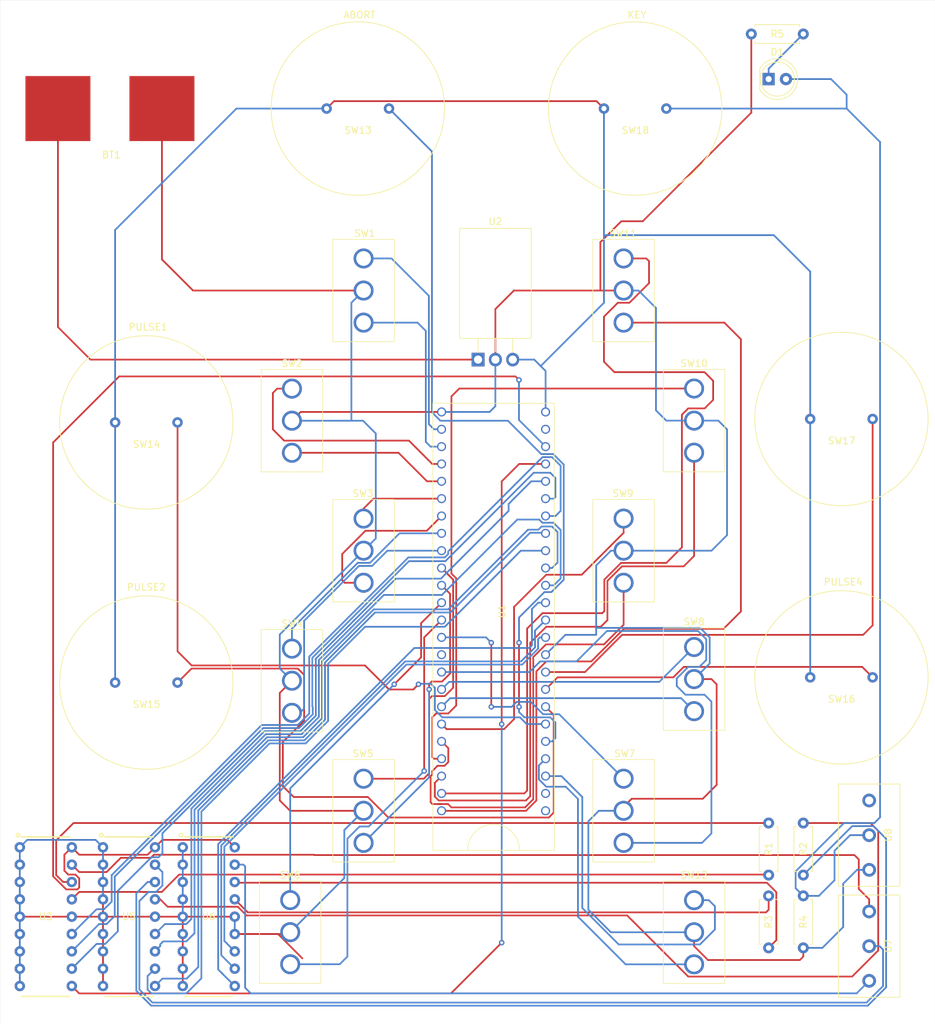
<source format=kicad_pcb>
(kicad_pcb (version 20171130) (host pcbnew "(5.1.9-0-10_14)")

  (general
    (thickness 1.6)
    (drawings 9)
    (tracks 698)
    (zones 0)
    (modules 32)
    (nets 61)
  )

  (page A4)
  (title_block
    (date 2020-09-20)
    (rev Launchbox)
    (company v01)
    (comment 4 "Author: Ankit Khandelwal")
  )

  (layers
    (0 F.Cu signal)
    (31 B.Cu signal)
    (32 B.Adhes user)
    (33 F.Adhes user)
    (34 B.Paste user)
    (35 F.Paste user)
    (36 B.SilkS user)
    (37 F.SilkS user)
    (38 B.Mask user)
    (39 F.Mask user)
    (40 Dwgs.User user)
    (41 Cmts.User user)
    (42 Eco1.User user)
    (43 Eco2.User user)
    (44 Edge.Cuts user)
    (45 Margin user)
    (46 B.CrtYd user)
    (47 F.CrtYd user)
    (48 B.Fab user)
    (49 F.Fab user)
  )

  (setup
    (last_trace_width 0.25)
    (trace_clearance 0.2)
    (zone_clearance 0.508)
    (zone_45_only no)
    (trace_min 0.2)
    (via_size 0.8)
    (via_drill 0.4)
    (via_min_size 0.4)
    (via_min_drill 0.3)
    (uvia_size 0.3)
    (uvia_drill 0.1)
    (uvias_allowed no)
    (uvia_min_size 0.2)
    (uvia_min_drill 0.1)
    (edge_width 0.05)
    (segment_width 0.2)
    (pcb_text_width 0.3)
    (pcb_text_size 1.5 1.5)
    (mod_edge_width 0.12)
    (mod_text_size 1 1)
    (mod_text_width 0.15)
    (pad_size 1.524 1.524)
    (pad_drill 0.762)
    (pad_to_mask_clearance 0.0508)
    (aux_axis_origin 0 0)
    (visible_elements 7FFFFFFF)
    (pcbplotparams
      (layerselection 0x010f0_ffffffff)
      (usegerberextensions false)
      (usegerberattributes false)
      (usegerberadvancedattributes false)
      (creategerberjobfile false)
      (excludeedgelayer true)
      (linewidth 0.100000)
      (plotframeref false)
      (viasonmask false)
      (mode 1)
      (useauxorigin false)
      (hpglpennumber 1)
      (hpglpenspeed 20)
      (hpglpendiameter 15.000000)
      (psnegative false)
      (psa4output false)
      (plotreference true)
      (plotvalue false)
      (plotinvisibletext false)
      (padsonsilk true)
      (subtractmaskfromsilk false)
      (outputformat 1)
      (mirror false)
      (drillshape 0)
      (scaleselection 1)
      (outputdirectory "gerbers/"))
  )

  (net 0 "")
  (net 1 GND)
  (net 2 "Net-(SW1-Pad1)")
  (net 3 "Net-(SW1-Pad3)")
  (net 4 "Net-(SW2-Pad1)")
  (net 5 "Net-(SW2-Pad3)")
  (net 6 "Net-(SW3-Pad3)")
  (net 7 "Net-(SW3-Pad1)")
  (net 8 "Net-(SW4-Pad1)")
  (net 9 "Net-(SW4-Pad3)")
  (net 10 "Net-(SW6-Pad1)")
  (net 11 "Net-(SW6-Pad3)")
  (net 12 "Net-(SW7-Pad3)")
  (net 13 "Net-(SW7-Pad1)")
  (net 14 "Net-(SW8-Pad1)")
  (net 15 "Net-(SW8-Pad3)")
  (net 16 "Net-(SW9-Pad3)")
  (net 17 "Net-(SW9-Pad1)")
  (net 18 "Net-(SW10-Pad3)")
  (net 19 "Net-(SW10-Pad1)")
  (net 20 "Net-(SW11-Pad1)")
  (net 21 "Net-(SW11-Pad3)")
  (net 22 "Net-(SW12-Pad1)")
  (net 23 "Net-(SW12-Pad3)")
  (net 24 "Net-(SW13-Pad1)")
  (net 25 "Net-(SW14-Pad2)")
  (net 26 "Net-(SW15-Pad2)")
  (net 27 "Net-(SW16-Pad2)")
  (net 28 "Net-(SW17-Pad2)")
  (net 29 "Net-(U1-Pad47)")
  (net 30 "Net-(U1-Pad33)")
  (net 31 "Net-(U1-Pad34)")
  (net 32 "Net-(U1-Pad13)")
  (net 33 "Net-(U1-Pad14)")
  (net 34 "Net-(U1-Pad15)")
  (net 35 "Net-(U1-Pad16)")
  (net 36 "Net-(U1-Pad17)")
  (net 37 "Net-(U1-Pad18)")
  (net 38 "Net-(U1-Pad19)")
  (net 39 "Net-(U1-Pad20)")
  (net 40 "Net-(U1-Pad21)")
  (net 41 "Net-(U1-Pad22)")
  (net 42 "Net-(U1-Pad23)")
  (net 43 "Net-(U1-Pad41)")
  (net 44 "Net-(SW5-Pad1)")
  (net 45 "Net-(SW5-Pad3)")
  (net 46 "Net-(SW13-Pad2)")
  (net 47 VCC)
  (net 48 "Net-(R1-Pad2)")
  (net 49 "Net-(R1-Pad1)")
  (net 50 "Net-(R2-Pad2)")
  (net 51 "Net-(R2-Pad1)")
  (net 52 "Net-(R3-Pad2)")
  (net 53 "Net-(R3-Pad1)")
  (net 54 "Net-(U3-Pad17)")
  (net 55 "Net-(U5-Pad17)")
  (net 56 "Net-(U6-Pad17)")
  (net 57 "Net-(U8-Pad3)")
  (net 58 "Net-(D1-Pad2)")
  (net 59 "Net-(D1-Pad1)")
  (net 60 1)

  (net_class Default "This is the default net class."
    (clearance 0.2)
    (trace_width 0.25)
    (via_dia 0.8)
    (via_drill 0.4)
    (uvia_dia 0.3)
    (uvia_drill 0.1)
    (add_net 1)
    (add_net GND)
    (add_net "Net-(D1-Pad1)")
    (add_net "Net-(D1-Pad2)")
    (add_net "Net-(R1-Pad1)")
    (add_net "Net-(R1-Pad2)")
    (add_net "Net-(R2-Pad1)")
    (add_net "Net-(R2-Pad2)")
    (add_net "Net-(R3-Pad1)")
    (add_net "Net-(R3-Pad2)")
    (add_net "Net-(SW1-Pad1)")
    (add_net "Net-(SW1-Pad3)")
    (add_net "Net-(SW10-Pad1)")
    (add_net "Net-(SW10-Pad3)")
    (add_net "Net-(SW11-Pad1)")
    (add_net "Net-(SW11-Pad3)")
    (add_net "Net-(SW12-Pad1)")
    (add_net "Net-(SW12-Pad3)")
    (add_net "Net-(SW13-Pad1)")
    (add_net "Net-(SW13-Pad2)")
    (add_net "Net-(SW14-Pad2)")
    (add_net "Net-(SW15-Pad2)")
    (add_net "Net-(SW16-Pad2)")
    (add_net "Net-(SW17-Pad2)")
    (add_net "Net-(SW2-Pad1)")
    (add_net "Net-(SW2-Pad3)")
    (add_net "Net-(SW3-Pad1)")
    (add_net "Net-(SW3-Pad3)")
    (add_net "Net-(SW4-Pad1)")
    (add_net "Net-(SW4-Pad3)")
    (add_net "Net-(SW5-Pad1)")
    (add_net "Net-(SW5-Pad3)")
    (add_net "Net-(SW6-Pad1)")
    (add_net "Net-(SW6-Pad3)")
    (add_net "Net-(SW7-Pad1)")
    (add_net "Net-(SW7-Pad3)")
    (add_net "Net-(SW8-Pad1)")
    (add_net "Net-(SW8-Pad3)")
    (add_net "Net-(SW9-Pad1)")
    (add_net "Net-(SW9-Pad3)")
    (add_net "Net-(U1-Pad13)")
    (add_net "Net-(U1-Pad14)")
    (add_net "Net-(U1-Pad15)")
    (add_net "Net-(U1-Pad16)")
    (add_net "Net-(U1-Pad17)")
    (add_net "Net-(U1-Pad18)")
    (add_net "Net-(U1-Pad19)")
    (add_net "Net-(U1-Pad20)")
    (add_net "Net-(U1-Pad21)")
    (add_net "Net-(U1-Pad22)")
    (add_net "Net-(U1-Pad23)")
    (add_net "Net-(U1-Pad33)")
    (add_net "Net-(U1-Pad34)")
    (add_net "Net-(U1-Pad41)")
    (add_net "Net-(U1-Pad47)")
    (add_net "Net-(U3-Pad17)")
    (add_net "Net-(U5-Pad17)")
    (add_net "Net-(U6-Pad17)")
    (add_net "Net-(U8-Pad3)")
    (add_net VCC)
  )

  (module Launchbox:HT12E (layer F.Cu) (tedit 60156723) (tstamp 6015CE28)
    (at 34.29 164.338 270)
    (path /60317FE6)
    (fp_text reference U3 (at 0 0 180) (layer F.SilkS)
      (effects (font (size 1 1) (thickness 0.15)))
    )
    (fp_text value HT12E (at 1.778 0 180) (layer F.Fab)
      (effects (font (size 1 1) (thickness 0.15)))
    )
    (fp_circle (center -11.938 4.064) (end -11.684 4.064) (layer F.SilkS) (width 0.2032))
    (fp_line (start 11.684 -3.556) (end 11.684 3.556) (layer F.SilkS) (width 0.2032))
    (fp_line (start -11.684 -3.556) (end -11.684 3.556) (layer F.SilkS) (width 0.2032))
    (fp_line (start 11.684 -3.556) (end -11.684 -3.556) (layer F.Fab) (width 0.1016))
    (fp_line (start 11.684 3.556) (end -11.684 3.556) (layer F.Fab) (width 0.1016))
    (fp_line (start -11.684 3.556) (end -11.684 -3.556) (layer F.Fab) (width 0.1016))
    (fp_line (start 11.684 3.556) (end 11.684 -3.556) (layer F.Fab) (width 0.1016))
    (fp_arc (start -11.684 0) (end -11.684 -1.27) (angle 180) (layer F.Fab) (width 0.1016))
    (pad 17 thru_hole circle (at -7.62 -3.81 270) (size 1.524 1.524) (drill 0.762) (layers *.Cu *.Mask)
      (net 54 "Net-(U3-Pad17)"))
    (pad 12 thru_hole circle (at 5.08 -3.81 270) (size 1.524 1.524) (drill 0.762) (layers *.Cu *.Mask)
      (net 40 "Net-(U1-Pad21)"))
    (pad 11 thru_hole circle (at 7.62 -3.81 270) (size 1.524 1.524) (drill 0.762) (layers *.Cu *.Mask)
      (net 41 "Net-(U1-Pad22)"))
    (pad 18 thru_hole circle (at -10.16 -3.81 270) (size 1.524 1.524) (drill 0.762) (layers *.Cu *.Mask)
      (net 60 1))
    (pad 16 thru_hole circle (at -5.08 -3.81 270) (size 1.524 1.524) (drill 0.762) (layers *.Cu *.Mask)
      (net 49 "Net-(R1-Pad1)"))
    (pad 13 thru_hole circle (at 2.54 -3.81 270) (size 1.524 1.524) (drill 0.762) (layers *.Cu *.Mask)
      (net 39 "Net-(U1-Pad20)"))
    (pad 14 thru_hole circle (at 0 -3.81 270) (size 1.524 1.524) (drill 0.762) (layers *.Cu *.Mask)
      (net 1 GND))
    (pad 15 thru_hole circle (at -2.54 -3.81 270) (size 1.524 1.524) (drill 0.762) (layers *.Cu *.Mask)
      (net 48 "Net-(R1-Pad2)"))
    (pad 10 thru_hole circle (at 10.16 -3.81 270) (size 1.524 1.524) (drill 0.762) (layers *.Cu *.Mask)
      (net 42 "Net-(U1-Pad23)"))
    (pad 9 thru_hole circle (at 10.16 3.81 270) (size 1.524 1.524) (drill 0.762) (layers *.Cu *.Mask)
      (net 1 GND))
    (pad 8 thru_hole circle (at 7.62 3.81 270) (size 1.524 1.524) (drill 0.762) (layers *.Cu *.Mask)
      (net 1 GND))
    (pad 7 thru_hole circle (at 5.08 3.81 270) (size 1.524 1.524) (drill 0.762) (layers *.Cu *.Mask)
      (net 1 GND))
    (pad 6 thru_hole circle (at 2.54 3.81 270) (size 1.524 1.524) (drill 0.762) (layers *.Cu *.Mask)
      (net 1 GND))
    (pad 5 thru_hole circle (at 0 3.81 270) (size 1.524 1.524) (drill 0.762) (layers *.Cu *.Mask)
      (net 1 GND))
    (pad 4 thru_hole circle (at -2.54 3.81 270) (size 1.524 1.524) (drill 0.762) (layers *.Cu *.Mask)
      (net 1 GND))
    (pad 3 thru_hole circle (at -5.08 3.81 270) (size 1.524 1.524) (drill 0.762) (layers *.Cu *.Mask)
      (net 1 GND))
    (pad 2 thru_hole circle (at -7.62 3.81 270) (size 1.524 1.524) (drill 0.762) (layers *.Cu *.Mask)
      (net 1 GND))
    (pad 1 thru_hole circle (at -10.16 3.81 270) (size 1.524 1.524) (drill 0.762) (layers *.Cu *.Mask)
      (net 1 GND))
  )

  (module Launchbox:Pushbutton (layer F.Cu) (tedit 6015C428) (tstamp 60161C5C)
    (at 120.65 45.974)
    (path /60343190)
    (fp_text reference SW18 (at 0.04064 3.19024) (layer F.SilkS)
      (effects (font (size 1 1) (thickness 0.15)))
    )
    (fp_text value SW_Push (at 0.0254 -3.6068) (layer F.Fab)
      (effects (font (size 1 1) (thickness 0.15)))
    )
    (fp_circle (center 0 0) (end 12.7 0) (layer F.SilkS) (width 0.12))
    (pad 2 thru_hole circle (at 4.572 0) (size 1.524 1.524) (drill 0.762) (layers *.Cu *.Mask)
      (net 58 "Net-(D1-Pad2)"))
    (pad 1 thru_hole circle (at -4.572 0) (size 1.524 1.524) (drill 0.762) (layers *.Cu *.Mask)
      (net 24 "Net-(SW13-Pad1)"))
  )

  (module Resistor_THT:R_Axial_DIN0207_L6.3mm_D2.5mm_P7.62mm_Horizontal (layer F.Cu) (tedit 5AE5139B) (tstamp 601A1B81)
    (at 137.668 35.052)
    (descr "Resistor, Axial_DIN0207 series, Axial, Horizontal, pin pitch=7.62mm, 0.25W = 1/4W, length*diameter=6.3*2.5mm^2, http://cdn-reichelt.de/documents/datenblatt/B400/1_4W%23YAG.pdf")
    (tags "Resistor Axial_DIN0207 series Axial Horizontal pin pitch 7.62mm 0.25W = 1/4W length 6.3mm diameter 2.5mm")
    (path /60230841)
    (fp_text reference R5 (at 3.81 0) (layer F.SilkS)
      (effects (font (size 1 1) (thickness 0.15)))
    )
    (fp_text value R_US (at 3.81 2.37) (layer F.Fab)
      (effects (font (size 1 1) (thickness 0.15)))
    )
    (fp_line (start 0.66 -1.25) (end 0.66 1.25) (layer F.Fab) (width 0.1))
    (fp_line (start 0.66 1.25) (end 6.96 1.25) (layer F.Fab) (width 0.1))
    (fp_line (start 6.96 1.25) (end 6.96 -1.25) (layer F.Fab) (width 0.1))
    (fp_line (start 6.96 -1.25) (end 0.66 -1.25) (layer F.Fab) (width 0.1))
    (fp_line (start 0 0) (end 0.66 0) (layer F.Fab) (width 0.1))
    (fp_line (start 7.62 0) (end 6.96 0) (layer F.Fab) (width 0.1))
    (fp_line (start 0.54 -1.04) (end 0.54 -1.37) (layer F.SilkS) (width 0.12))
    (fp_line (start 0.54 -1.37) (end 7.08 -1.37) (layer F.SilkS) (width 0.12))
    (fp_line (start 7.08 -1.37) (end 7.08 -1.04) (layer F.SilkS) (width 0.12))
    (fp_line (start 0.54 1.04) (end 0.54 1.37) (layer F.SilkS) (width 0.12))
    (fp_line (start 0.54 1.37) (end 7.08 1.37) (layer F.SilkS) (width 0.12))
    (fp_line (start 7.08 1.37) (end 7.08 1.04) (layer F.SilkS) (width 0.12))
    (fp_line (start -1.05 -1.5) (end -1.05 1.5) (layer F.CrtYd) (width 0.05))
    (fp_line (start -1.05 1.5) (end 8.67 1.5) (layer F.CrtYd) (width 0.05))
    (fp_line (start 8.67 1.5) (end 8.67 -1.5) (layer F.CrtYd) (width 0.05))
    (fp_line (start 8.67 -1.5) (end -1.05 -1.5) (layer F.CrtYd) (width 0.05))
    (fp_text user %R (at 3.81 0) (layer F.Fab)
      (effects (font (size 1 1) (thickness 0.15)))
    )
    (pad 2 thru_hole oval (at 7.62 0) (size 1.6 1.6) (drill 0.8) (layers *.Cu *.Mask)
      (net 59 "Net-(D1-Pad1)"))
    (pad 1 thru_hole circle (at 0 0) (size 1.6 1.6) (drill 0.8) (layers *.Cu *.Mask)
      (net 1 GND))
    (model ${KISYS3DMOD}/Resistor_THT.3dshapes/R_Axial_DIN0207_L6.3mm_D2.5mm_P7.62mm_Horizontal.wrl
      (at (xyz 0 0 0))
      (scale (xyz 1 1 1))
      (rotate (xyz 0 0 0))
    )
  )

  (module LED_THT:LED_D5.0mm (layer F.Cu) (tedit 5995936A) (tstamp 601A1B12)
    (at 140.208 41.656)
    (descr "LED, diameter 5.0mm, 2 pins, http://cdn-reichelt.de/documents/datenblatt/A500/LL-504BC2E-009.pdf")
    (tags "LED diameter 5.0mm 2 pins")
    (path /6021C346)
    (fp_text reference D1 (at 1.27 -3.96) (layer F.SilkS)
      (effects (font (size 1 1) (thickness 0.15)))
    )
    (fp_text value LED (at 1.27 3.96) (layer F.Fab)
      (effects (font (size 1 1) (thickness 0.15)))
    )
    (fp_circle (center 1.27 0) (end 3.77 0) (layer F.Fab) (width 0.1))
    (fp_circle (center 1.27 0) (end 3.77 0) (layer F.SilkS) (width 0.12))
    (fp_line (start -1.23 -1.469694) (end -1.23 1.469694) (layer F.Fab) (width 0.1))
    (fp_line (start -1.29 -1.545) (end -1.29 1.545) (layer F.SilkS) (width 0.12))
    (fp_line (start -1.95 -3.25) (end -1.95 3.25) (layer F.CrtYd) (width 0.05))
    (fp_line (start -1.95 3.25) (end 4.5 3.25) (layer F.CrtYd) (width 0.05))
    (fp_line (start 4.5 3.25) (end 4.5 -3.25) (layer F.CrtYd) (width 0.05))
    (fp_line (start 4.5 -3.25) (end -1.95 -3.25) (layer F.CrtYd) (width 0.05))
    (fp_text user %R (at 1.25 0) (layer F.Fab)
      (effects (font (size 0.8 0.8) (thickness 0.2)))
    )
    (fp_arc (start 1.27 0) (end -1.29 1.54483) (angle -148.9) (layer F.SilkS) (width 0.12))
    (fp_arc (start 1.27 0) (end -1.29 -1.54483) (angle 148.9) (layer F.SilkS) (width 0.12))
    (fp_arc (start 1.27 0) (end -1.23 -1.469694) (angle 299.1) (layer F.Fab) (width 0.1))
    (pad 2 thru_hole circle (at 2.54 0) (size 1.8 1.8) (drill 0.9) (layers *.Cu *.Mask)
      (net 58 "Net-(D1-Pad2)"))
    (pad 1 thru_hole rect (at 0 0) (size 1.8 1.8) (drill 0.9) (layers *.Cu *.Mask)
      (net 59 "Net-(D1-Pad1)"))
    (model ${KISYS3DMOD}/LED_THT.3dshapes/LED_D5.0mm.wrl
      (at (xyz 0 0 0))
      (scale (xyz 1 1 1))
      (rotate (xyz 0 0 0))
    )
  )

  (module Launchbox:SPDT_Slide_Switch (layer F.Cu) (tedit 6015C745) (tstamp 5F67F68E)
    (at 129.286 129.54 270)
    (path /5F606A46)
    (fp_text reference SW8 (at -8.382 0 180) (layer F.SilkS)
      (effects (font (size 1 1) (thickness 0.15)))
    )
    (fp_text value SW_SPDT_MSM (at -0.0254 -3.302 90) (layer F.Fab)
      (effects (font (size 1 1) (thickness 0.15)))
    )
    (fp_line (start -7.5 4.5) (end 7.5 4.5) (layer F.SilkS) (width 0.1016))
    (fp_line (start -7.5 4.5) (end -7.5 -4.5) (layer F.SilkS) (width 0.1016))
    (fp_line (start -7.5 -4.5) (end 7.5 -4.5) (layer F.SilkS) (width 0.1016))
    (fp_line (start 7.5 4.5) (end 7.5 -4.5) (layer F.SilkS) (width 0.1016))
    (pad 3 thru_hole circle (at 4.699 0 270) (size 2.921 2.921) (drill 2.159) (layers *.Cu *.Mask)
      (net 15 "Net-(SW8-Pad3)"))
    (pad 2 thru_hole circle (at 0 0 270) (size 2.921 2.921) (drill 2.159) (layers *.Cu *.Mask)
      (net 1 GND))
    (pad 1 thru_hole circle (at -4.699 0 270) (size 2.921 2.921) (drill 2.159) (layers *.Cu *.Mask)
      (net 14 "Net-(SW8-Pad1)"))
  )

  (module "Launchbox:Teensy 3.6" (layer F.Cu) (tedit 6015C8A4) (tstamp 601613BC)
    (at 99.905 119.619 90)
    (path /5F6324D3)
    (fp_text reference U1 (at 0 1.187 90) (layer F.SilkS)
      (effects (font (size 1 1) (thickness 0.15)))
    )
    (fp_text value Teensy3.6 (at -0.523 -1.353 90) (layer F.Fab)
      (effects (font (size 1 1) (thickness 0.15)))
    )
    (fp_line (start -35 -8.89) (end 30.48 -8.89) (layer F.SilkS) (width 0.1016))
    (fp_line (start 30.48 8.89) (end 30.48 -8.89) (layer F.SilkS) (width 0.1016))
    (fp_line (start -35 8.89) (end 30.48 8.89) (layer F.SilkS) (width 0.1016))
    (fp_line (start -35 -8.89) (end -35 8.89) (layer F.SilkS) (width 0.1016))
    (fp_arc (start -35 0) (end -35 -3.81) (angle 180) (layer F.SilkS) (width 0.1016))
    (pad 40 thru_hole circle (at 29.21 7.62 90) (size 1.3208 1.3208) (drill 0.9398) (layers *.Cu *.Mask)
      (net 24 "Net-(SW13-Pad1)"))
    (pad 41 thru_hole circle (at 26.67 7.62 90) (size 1.3208 1.3208) (drill 0.9398) (layers *.Cu *.Mask)
      (net 43 "Net-(U1-Pad41)"))
    (pad 42 thru_hole circle (at 24.13 7.62 90) (size 1.3208 1.3208) (drill 0.9398) (layers *.Cu *.Mask)
      (net 60 1))
    (pad 23 thru_hole circle (at 21.59 7.62 90) (size 1.3208 1.3208) (drill 0.9398) (layers *.Cu *.Mask)
      (net 42 "Net-(U1-Pad23)"))
    (pad 22 thru_hole circle (at 19.05 7.62 90) (size 1.3208 1.3208) (drill 0.9398) (layers *.Cu *.Mask)
      (net 41 "Net-(U1-Pad22)"))
    (pad 21 thru_hole circle (at 16.51 7.62 90) (size 1.3208 1.3208) (drill 0.9398) (layers *.Cu *.Mask)
      (net 40 "Net-(U1-Pad21)"))
    (pad 20 thru_hole circle (at 13.97 7.62 90) (size 1.3208 1.3208) (drill 0.9398) (layers *.Cu *.Mask)
      (net 39 "Net-(U1-Pad20)"))
    (pad 19 thru_hole circle (at 11.43 7.62 90) (size 1.3208 1.3208) (drill 0.9398) (layers *.Cu *.Mask)
      (net 38 "Net-(U1-Pad19)"))
    (pad 18 thru_hole circle (at 8.89 7.62 90) (size 1.3208 1.3208) (drill 0.9398) (layers *.Cu *.Mask)
      (net 37 "Net-(U1-Pad18)"))
    (pad 17 thru_hole circle (at 6.35 7.62 90) (size 1.3208 1.3208) (drill 0.9398) (layers *.Cu *.Mask)
      (net 36 "Net-(U1-Pad17)"))
    (pad 16 thru_hole circle (at 3.81 7.62 90) (size 1.3208 1.3208) (drill 0.9398) (layers *.Cu *.Mask)
      (net 35 "Net-(U1-Pad16)"))
    (pad 15 thru_hole circle (at 1.27 7.62 90) (size 1.3208 1.3208) (drill 0.9398) (layers *.Cu *.Mask)
      (net 34 "Net-(U1-Pad15)"))
    (pad 14 thru_hole circle (at -1.27 7.62 90) (size 1.3208 1.3208) (drill 0.9398) (layers *.Cu *.Mask)
      (net 33 "Net-(U1-Pad14)"))
    (pad 13 thru_hole circle (at -3.81 7.62 90) (size 1.3208 1.3208) (drill 0.9398) (layers *.Cu *.Mask)
      (net 32 "Net-(U1-Pad13)"))
    (pad 43 thru_hole circle (at -6.35 7.62 90) (size 1.3208 1.3208) (drill 0.9398) (layers *.Cu *.Mask)
      (net 1 GND))
    (pad 44 thru_hole circle (at -8.89 7.62 90) (size 1.3208 1.3208) (drill 0.9398) (layers *.Cu *.Mask)
      (net 28 "Net-(SW17-Pad2)"))
    (pad 45 thru_hole circle (at -11.43 7.62 90) (size 1.3208 1.3208) (drill 0.9398) (layers *.Cu *.Mask)
      (net 27 "Net-(SW16-Pad2)"))
    (pad 39 thru_hole circle (at -13.97 7.62 90) (size 1.3208 1.3208) (drill 0.9398) (layers *.Cu *.Mask)
      (net 26 "Net-(SW15-Pad2)"))
    (pad 38 thru_hole circle (at -16.51 7.62 90) (size 1.3208 1.3208) (drill 0.9398) (layers *.Cu *.Mask)
      (net 25 "Net-(SW14-Pad2)"))
    (pad 37 thru_hole circle (at -19.05 7.62 90) (size 1.3208 1.3208) (drill 0.9398) (layers *.Cu *.Mask)
      (net 46 "Net-(SW13-Pad2)"))
    (pad 36 thru_hole circle (at -21.59 7.62 90) (size 1.3208 1.3208) (drill 0.9398) (layers *.Cu *.Mask)
      (net 23 "Net-(SW12-Pad3)"))
    (pad 35 thru_hole circle (at -24.13 7.62 90) (size 1.3208 1.3208) (drill 0.9398) (layers *.Cu *.Mask)
      (net 22 "Net-(SW12-Pad1)"))
    (pad 34 thru_hole circle (at -26.67 7.62 90) (size 1.3208 1.3208) (drill 0.9398) (layers *.Cu *.Mask)
      (net 31 "Net-(U1-Pad34)"))
    (pad 33 thru_hole circle (at -29.21 7.62 90) (size 1.3208 1.3208) (drill 0.9398) (layers *.Cu *.Mask)
      (net 30 "Net-(U1-Pad33)"))
    (pad 46 thru_hole circle (at 29.21 -7.62 90) (size 1.3208 1.3208) (drill 0.9398) (layers *.Cu *.Mask)
      (net 1 GND))
    (pad 0 thru_hole circle (at 26.67 -7.62 90) (size 1.3208 1.3208) (drill 0.9398) (layers *.Cu *.Mask)
      (net 2 "Net-(SW1-Pad1)"))
    (pad 1 thru_hole circle (at 24.13 -7.62 90) (size 1.3208 1.3208) (drill 0.9398) (layers *.Cu *.Mask)
      (net 3 "Net-(SW1-Pad3)"))
    (pad 2 thru_hole circle (at 21.59 -7.62 90) (size 1.3208 1.3208) (drill 0.9398) (layers *.Cu *.Mask)
      (net 4 "Net-(SW2-Pad1)"))
    (pad 3 thru_hole circle (at 19.05 -7.62 90) (size 1.3208 1.3208) (drill 0.9398) (layers *.Cu *.Mask)
      (net 5 "Net-(SW2-Pad3)"))
    (pad 4 thru_hole circle (at 16.51 -7.62 90) (size 1.3208 1.3208) (drill 0.9398) (layers *.Cu *.Mask)
      (net 7 "Net-(SW3-Pad1)"))
    (pad 5 thru_hole circle (at 13.97 -7.62 90) (size 1.3208 1.3208) (drill 0.9398) (layers *.Cu *.Mask)
      (net 6 "Net-(SW3-Pad3)"))
    (pad 6 thru_hole circle (at 11.43 -7.62 90) (size 1.3208 1.3208) (drill 0.9398) (layers *.Cu *.Mask)
      (net 8 "Net-(SW4-Pad1)"))
    (pad 7 thru_hole circle (at 8.89 -7.62 90) (size 1.3208 1.3208) (drill 0.9398) (layers *.Cu *.Mask)
      (net 9 "Net-(SW4-Pad3)"))
    (pad 8 thru_hole circle (at 6.35 -7.62 90) (size 1.3208 1.3208) (drill 0.9398) (layers *.Cu *.Mask)
      (net 44 "Net-(SW5-Pad1)"))
    (pad 9 thru_hole circle (at 3.81 -7.62 90) (size 1.3208 1.3208) (drill 0.9398) (layers *.Cu *.Mask)
      (net 45 "Net-(SW5-Pad3)"))
    (pad 10 thru_hole circle (at 1.27 -7.62 90) (size 1.3208 1.3208) (drill 0.9398) (layers *.Cu *.Mask)
      (net 10 "Net-(SW6-Pad1)"))
    (pad 11 thru_hole circle (at -1.27 -7.62 90) (size 1.3208 1.3208) (drill 0.9398) (layers *.Cu *.Mask)
      (net 11 "Net-(SW6-Pad3)"))
    (pad 12 thru_hole circle (at -3.81 -7.62 90) (size 1.3208 1.3208) (drill 0.9398) (layers *.Cu *.Mask)
      (net 13 "Net-(SW7-Pad1)"))
    (pad 47 thru_hole circle (at -6.35 -7.62 90) (size 1.3208 1.3208) (drill 0.9398) (layers *.Cu *.Mask)
      (net 29 "Net-(U1-Pad47)"))
    (pad 24 thru_hole circle (at -8.89 -7.62 90) (size 1.3208 1.3208) (drill 0.9398) (layers *.Cu *.Mask)
      (net 12 "Net-(SW7-Pad3)"))
    (pad 25 thru_hole circle (at -11.43 -7.62 90) (size 1.3208 1.3208) (drill 0.9398) (layers *.Cu *.Mask)
      (net 14 "Net-(SW8-Pad1)"))
    (pad 26 thru_hole circle (at -13.97 -7.62 90) (size 1.3208 1.3208) (drill 0.9398) (layers *.Cu *.Mask)
      (net 15 "Net-(SW8-Pad3)"))
    (pad 27 thru_hole circle (at -16.51 -7.62 90) (size 1.3208 1.3208) (drill 0.9398) (layers *.Cu *.Mask)
      (net 17 "Net-(SW9-Pad1)"))
    (pad 28 thru_hole circle (at -19.05 -7.62 90) (size 1.3208 1.3208) (drill 0.9398) (layers *.Cu *.Mask)
      (net 16 "Net-(SW9-Pad3)"))
    (pad 29 thru_hole circle (at -21.59 -7.62 90) (size 1.3208 1.3208) (drill 0.9398) (layers *.Cu *.Mask)
      (net 19 "Net-(SW10-Pad1)"))
    (pad 30 thru_hole circle (at -24.13 -7.62 90) (size 1.3208 1.3208) (drill 0.9398) (layers *.Cu *.Mask)
      (net 18 "Net-(SW10-Pad3)"))
    (pad 31 thru_hole circle (at -26.67 -7.62 90) (size 1.3208 1.3208) (drill 0.9398) (layers *.Cu *.Mask)
      (net 20 "Net-(SW11-Pad1)"))
    (pad 32 thru_hole circle (at -29.21 -7.62 90) (size 1.3208 1.3208) (drill 0.9398) (layers *.Cu *.Mask)
      (net 21 "Net-(SW11-Pad3)"))
  )

  (module Launchbox:HT12E (layer F.Cu) (tedit 60156723) (tstamp 601620A7)
    (at 58.166 164.338 270)
    (path /6039DE46)
    (fp_text reference U6 (at 0 0 180) (layer F.SilkS)
      (effects (font (size 1 1) (thickness 0.15)))
    )
    (fp_text value HT12E (at 1.778 -0.254 180) (layer F.Fab)
      (effects (font (size 1 1) (thickness 0.15)))
    )
    (fp_circle (center -11.938 4.064) (end -11.684 4.064) (layer F.SilkS) (width 0.2032))
    (fp_line (start 11.684 -3.556) (end 11.684 3.556) (layer F.SilkS) (width 0.2032))
    (fp_line (start -11.684 -3.556) (end -11.684 3.556) (layer F.SilkS) (width 0.2032))
    (fp_line (start 11.684 -3.556) (end -11.684 -3.556) (layer F.Fab) (width 0.1016))
    (fp_line (start 11.684 3.556) (end -11.684 3.556) (layer F.Fab) (width 0.1016))
    (fp_line (start -11.684 3.556) (end -11.684 -3.556) (layer F.Fab) (width 0.1016))
    (fp_line (start 11.684 3.556) (end 11.684 -3.556) (layer F.Fab) (width 0.1016))
    (fp_arc (start -11.684 0) (end -11.684 -1.27) (angle 180) (layer F.Fab) (width 0.1016))
    (pad 17 thru_hole circle (at -7.62 -3.81 270) (size 1.524 1.524) (drill 0.762) (layers *.Cu *.Mask)
      (net 56 "Net-(U6-Pad17)"))
    (pad 12 thru_hole circle (at 5.08 -3.81 270) (size 1.524 1.524) (drill 0.762) (layers *.Cu *.Mask)
      (net 32 "Net-(U1-Pad13)"))
    (pad 11 thru_hole circle (at 7.62 -3.81 270) (size 1.524 1.524) (drill 0.762) (layers *.Cu *.Mask)
      (net 33 "Net-(U1-Pad14)"))
    (pad 18 thru_hole circle (at -10.16 -3.81 270) (size 1.524 1.524) (drill 0.762) (layers *.Cu *.Mask)
      (net 60 1))
    (pad 16 thru_hole circle (at -5.08 -3.81 270) (size 1.524 1.524) (drill 0.762) (layers *.Cu *.Mask)
      (net 53 "Net-(R3-Pad1)"))
    (pad 13 thru_hole circle (at 2.54 -3.81 270) (size 1.524 1.524) (drill 0.762) (layers *.Cu *.Mask)
      (net 1 GND))
    (pad 14 thru_hole circle (at 0 -3.81 270) (size 1.524 1.524) (drill 0.762) (layers *.Cu *.Mask)
      (net 1 GND))
    (pad 15 thru_hole circle (at -2.54 -3.81 270) (size 1.524 1.524) (drill 0.762) (layers *.Cu *.Mask)
      (net 52 "Net-(R3-Pad2)"))
    (pad 10 thru_hole circle (at 10.16 -3.81 270) (size 1.524 1.524) (drill 0.762) (layers *.Cu *.Mask)
      (net 34 "Net-(U1-Pad15)"))
    (pad 9 thru_hole circle (at 10.16 3.81 270) (size 1.524 1.524) (drill 0.762) (layers *.Cu *.Mask)
      (net 1 GND))
    (pad 8 thru_hole circle (at 7.62 3.81 270) (size 1.524 1.524) (drill 0.762) (layers *.Cu *.Mask)
      (net 1 GND))
    (pad 7 thru_hole circle (at 5.08 3.81 270) (size 1.524 1.524) (drill 0.762) (layers *.Cu *.Mask)
      (net 1 GND))
    (pad 6 thru_hole circle (at 2.54 3.81 270) (size 1.524 1.524) (drill 0.762) (layers *.Cu *.Mask)
      (net 1 GND))
    (pad 5 thru_hole circle (at 0 3.81 270) (size 1.524 1.524) (drill 0.762) (layers *.Cu *.Mask)
      (net 1 GND))
    (pad 4 thru_hole circle (at -2.54 3.81 270) (size 1.524 1.524) (drill 0.762) (layers *.Cu *.Mask)
      (net 1 GND))
    (pad 3 thru_hole circle (at -5.08 3.81 270) (size 1.524 1.524) (drill 0.762) (layers *.Cu *.Mask)
      (net 1 GND))
    (pad 2 thru_hole circle (at -7.62 3.81 270) (size 1.524 1.524) (drill 0.762) (layers *.Cu *.Mask)
      (net 1 GND))
    (pad 1 thru_hole circle (at -10.16 3.81 270) (size 1.524 1.524) (drill 0.762) (layers *.Cu *.Mask)
      (net 1 GND))
  )

  (module Launchbox:SPDT_Slide_Switch (layer F.Cu) (tedit 6015C745) (tstamp 5F67F69A)
    (at 118.955 110.729 270)
    (path /5F605C35)
    (fp_text reference SW9 (at -8.367 0.083 180) (layer F.SilkS)
      (effects (font (size 1 1) (thickness 0.15)))
    )
    (fp_text value SW_SPDT_MSM (at -0.0254 -3.219 90) (layer F.Fab)
      (effects (font (size 1 1) (thickness 0.15)))
    )
    (fp_line (start -7.5 4.5) (end 7.5 4.5) (layer F.SilkS) (width 0.1016))
    (fp_line (start -7.5 4.5) (end -7.5 -4.5) (layer F.SilkS) (width 0.1016))
    (fp_line (start -7.5 -4.5) (end 7.5 -4.5) (layer F.SilkS) (width 0.1016))
    (fp_line (start 7.5 4.5) (end 7.5 -4.5) (layer F.SilkS) (width 0.1016))
    (pad 3 thru_hole circle (at 4.699 0 270) (size 2.921 2.921) (drill 2.159) (layers *.Cu *.Mask)
      (net 16 "Net-(SW9-Pad3)"))
    (pad 2 thru_hole circle (at 0 0 270) (size 2.921 2.921) (drill 2.159) (layers *.Cu *.Mask)
      (net 1 GND))
    (pad 1 thru_hole circle (at -4.699 0 270) (size 2.921 2.921) (drill 2.159) (layers *.Cu *.Mask)
      (net 17 "Net-(SW9-Pad1)"))
  )

  (module Launchbox:SPDT_Slide_Switch (layer F.Cu) (tedit 6015C745) (tstamp 5F67F682)
    (at 118.955 148.829 270)
    (path /5F607311)
    (fp_text reference SW7 (at -8.367 -0.171 180) (layer F.SilkS)
      (effects (font (size 1 1) (thickness 0.15)))
    )
    (fp_text value SW_SPDT_MSM (at 0.015 -3.219 90) (layer F.Fab)
      (effects (font (size 1 1) (thickness 0.15)))
    )
    (fp_line (start -7.5 4.5) (end 7.5 4.5) (layer F.SilkS) (width 0.1016))
    (fp_line (start -7.5 4.5) (end -7.5 -4.5) (layer F.SilkS) (width 0.1016))
    (fp_line (start -7.5 -4.5) (end 7.5 -4.5) (layer F.SilkS) (width 0.1016))
    (fp_line (start 7.5 4.5) (end 7.5 -4.5) (layer F.SilkS) (width 0.1016))
    (pad 3 thru_hole circle (at 4.699 0 270) (size 2.921 2.921) (drill 2.159) (layers *.Cu *.Mask)
      (net 12 "Net-(SW7-Pad3)"))
    (pad 2 thru_hole circle (at 0 0 270) (size 2.921 2.921) (drill 2.159) (layers *.Cu *.Mask)
      (net 1 GND))
    (pad 1 thru_hole circle (at -4.699 0 270) (size 2.921 2.921) (drill 2.159) (layers *.Cu *.Mask)
      (net 13 "Net-(SW7-Pad1)"))
  )

  (module Launchbox:ScrewTerminals (layer F.Cu) (tedit 60161A8B) (tstamp 6015CE63)
    (at 154.94 152.4 90)
    (path /60190F41)
    (fp_text reference U8 (at 0.02 2.794 90) (layer F.SilkS)
      (effects (font (size 1 1) (thickness 0.15)))
    )
    (fp_text value SerialScrewTerminals (at 0 -2.032 90) (layer F.Fab)
      (effects (font (size 1 1) (thickness 0.15)))
    )
    (fp_line (start -7.493 4.5) (end 7.493 4.5) (layer F.SilkS) (width 0.12))
    (fp_line (start -7.493 4.5) (end -7.493 -4.5) (layer F.SilkS) (width 0.12))
    (fp_line (start -7.493 -4.5) (end 7.493 -4.5) (layer F.SilkS) (width 0.12))
    (fp_line (start 7.493 4.5) (end 7.493 -4.5) (layer F.SilkS) (width 0.12))
    (pad 3 thru_hole circle (at 5.08 0 90) (size 2 2) (drill 1.2) (layers *.Cu *.Mask)
      (net 57 "Net-(U8-Pad3)"))
    (pad 2 thru_hole circle (at 0 0 90) (size 2 2) (drill 1.2) (layers *.Cu *.Mask)
      (net 58 "Net-(D1-Pad2)"))
    (pad 1 thru_hole circle (at -5.08 0 90) (size 2 2) (drill 1.2) (layers *.Cu *.Mask)
      (net 1 GND))
  )

  (module Launchbox:SPDT_Slide_Switch (layer F.Cu) (tedit 6015C745) (tstamp 60161910)
    (at 80.855 110.729 270)
    (path /5F605329)
    (fp_text reference SW3 (at -8.367 0.083 180) (layer F.SilkS)
      (effects (font (size 1 1) (thickness 0.15)))
    )
    (fp_text value SW_SPDT_MSM (at -0.0254 -3.219 90) (layer F.Fab)
      (effects (font (size 1 1) (thickness 0.15)))
    )
    (fp_line (start -7.5 4.5) (end 7.5 4.5) (layer F.SilkS) (width 0.1016))
    (fp_line (start -7.5 4.5) (end -7.5 -4.5) (layer F.SilkS) (width 0.1016))
    (fp_line (start -7.5 -4.5) (end 7.5 -4.5) (layer F.SilkS) (width 0.1016))
    (fp_line (start 7.5 4.5) (end 7.5 -4.5) (layer F.SilkS) (width 0.1016))
    (pad 3 thru_hole circle (at 4.699 0 270) (size 2.921 2.921) (drill 2.159) (layers *.Cu *.Mask)
      (net 6 "Net-(SW3-Pad3)"))
    (pad 2 thru_hole circle (at 0 0 270) (size 2.921 2.921) (drill 2.159) (layers *.Cu *.Mask)
      (net 1 GND))
    (pad 1 thru_hole circle (at -4.699 0 270) (size 2.921 2.921) (drill 2.159) (layers *.Cu *.Mask)
      (net 7 "Net-(SW3-Pad1)"))
  )

  (module Launchbox:SPDT_Slide_Switch (layer F.Cu) (tedit 6015C745) (tstamp 60161981)
    (at 80.855 148.829 270)
    (path /5F649AFA)
    (fp_text reference SW5 (at -8.367 0.083 180) (layer F.SilkS)
      (effects (font (size 1 1) (thickness 0.15)))
    )
    (fp_text value SW_SPDT_MSM (at -0.0254 -2.965 90) (layer F.Fab)
      (effects (font (size 1 1) (thickness 0.15)))
    )
    (fp_line (start -7.5 4.5) (end 7.5 4.5) (layer F.SilkS) (width 0.1016))
    (fp_line (start -7.5 4.5) (end -7.5 -4.5) (layer F.SilkS) (width 0.1016))
    (fp_line (start -7.5 -4.5) (end 7.5 -4.5) (layer F.SilkS) (width 0.1016))
    (fp_line (start 7.5 4.5) (end 7.5 -4.5) (layer F.SilkS) (width 0.1016))
    (pad 3 thru_hole circle (at 4.699 0 270) (size 2.921 2.921) (drill 2.159) (layers *.Cu *.Mask)
      (net 45 "Net-(SW5-Pad3)"))
    (pad 2 thru_hole circle (at 0 0 270) (size 2.921 2.921) (drill 2.159) (layers *.Cu *.Mask)
      (net 1 GND))
    (pad 1 thru_hole circle (at -4.699 0 270) (size 2.921 2.921) (drill 2.159) (layers *.Cu *.Mask)
      (net 44 "Net-(SW5-Pad1)"))
  )

  (module Launchbox:ScrewTerminals (layer F.Cu) (tedit 60161A8B) (tstamp 60162ACF)
    (at 154.94 168.656 90)
    (path /60171D48)
    (fp_text reference U7 (at 0.02 2.794 90) (layer F.SilkS)
      (effects (font (size 1 1) (thickness 0.15)))
    )
    (fp_text value SerialScrewTerminals (at 0 -2.032 90) (layer F.Fab)
      (effects (font (size 1 1) (thickness 0.15)))
    )
    (fp_line (start -7.493 4.5) (end 7.493 4.5) (layer F.SilkS) (width 0.12))
    (fp_line (start -7.493 4.5) (end -7.493 -4.5) (layer F.SilkS) (width 0.12))
    (fp_line (start -7.493 -4.5) (end 7.493 -4.5) (layer F.SilkS) (width 0.12))
    (fp_line (start 7.493 4.5) (end 7.493 -4.5) (layer F.SilkS) (width 0.12))
    (pad 3 thru_hole circle (at 5.08 0 90) (size 2 2) (drill 1.2) (layers *.Cu *.Mask)
      (net 54 "Net-(U3-Pad17)"))
    (pad 2 thru_hole circle (at 0 0 90) (size 2 2) (drill 1.2) (layers *.Cu *.Mask)
      (net 55 "Net-(U5-Pad17)"))
    (pad 1 thru_hole circle (at -5.08 0 90) (size 2 2) (drill 1.2) (layers *.Cu *.Mask)
      (net 56 "Net-(U6-Pad17)"))
  )

  (module Launchbox:Pushbutton (layer F.Cu) (tedit 6015C428) (tstamp 5F68065E)
    (at 49.022 91.948)
    (path /5F6D856D)
    (fp_text reference SW14 (at 0.04064 3.19024) (layer F.SilkS)
      (effects (font (size 1 1) (thickness 0.15)))
    )
    (fp_text value SW_Push (at 0.0254 -3.6068) (layer F.Fab)
      (effects (font (size 1 1) (thickness 0.15)))
    )
    (fp_circle (center 0 0) (end 12.7 0) (layer F.SilkS) (width 0.12))
    (pad 2 thru_hole circle (at 4.572 0) (size 1.524 1.524) (drill 0.762) (layers *.Cu *.Mask)
      (net 25 "Net-(SW14-Pad2)"))
    (pad 1 thru_hole circle (at -4.572 0) (size 1.524 1.524) (drill 0.762) (layers *.Cu *.Mask)
      (net 24 "Net-(SW13-Pad1)"))
  )

  (module Launchbox:Pushbutton (layer F.Cu) (tedit 6015C428) (tstamp 60161C37)
    (at 80.01 45.974)
    (path /5F6D38A1)
    (fp_text reference SW13 (at 0.04064 3.19024) (layer F.SilkS)
      (effects (font (size 1 1) (thickness 0.15)))
    )
    (fp_text value SW_Push (at 0.0254 -3.6068) (layer F.Fab)
      (effects (font (size 1 1) (thickness 0.15)))
    )
    (fp_circle (center 0 0) (end 12.7 0) (layer F.SilkS) (width 0.12))
    (pad 2 thru_hole circle (at 4.572 0) (size 1.524 1.524) (drill 0.762) (layers *.Cu *.Mask)
      (net 46 "Net-(SW13-Pad2)"))
    (pad 1 thru_hole circle (at -4.572 0) (size 1.524 1.524) (drill 0.762) (layers *.Cu *.Mask)
      (net 24 "Net-(SW13-Pad1)"))
  )

  (module Launchbox:SPDT_Slide_Switch (layer F.Cu) (tedit 6015C745) (tstamp 60161072)
    (at 70.358 91.694 270)
    (path /5F604B92)
    (fp_text reference SW2 (at -8.382 0 180) (layer F.SilkS)
      (effects (font (size 1 1) (thickness 0.15)))
    )
    (fp_text value SW_SPDT_MSM (at 0 -3.302 90) (layer F.Fab)
      (effects (font (size 1 1) (thickness 0.15)))
    )
    (fp_line (start -7.5 4.5) (end 7.5 4.5) (layer F.SilkS) (width 0.1016))
    (fp_line (start -7.5 4.5) (end -7.5 -4.5) (layer F.SilkS) (width 0.1016))
    (fp_line (start -7.5 -4.5) (end 7.5 -4.5) (layer F.SilkS) (width 0.1016))
    (fp_line (start 7.5 4.5) (end 7.5 -4.5) (layer F.SilkS) (width 0.1016))
    (pad 3 thru_hole circle (at 4.699 0 270) (size 2.921 2.921) (drill 2.159) (layers *.Cu *.Mask)
      (net 5 "Net-(SW2-Pad3)"))
    (pad 2 thru_hole circle (at 0 0 270) (size 2.921 2.921) (drill 2.159) (layers *.Cu *.Mask)
      (net 1 GND))
    (pad 1 thru_hole circle (at -4.699 0 270) (size 2.921 2.921) (drill 2.159) (layers *.Cu *.Mask)
      (net 4 "Net-(SW2-Pad1)"))
  )

  (module Launchbox:SPDT_Slide_Switch (layer F.Cu) (tedit 6015C745) (tstamp 5F67F6A6)
    (at 129.286 91.679 270)
    (path /5F606277)
    (fp_text reference SW10 (at -8.367 0 180) (layer F.SilkS)
      (effects (font (size 1 1) (thickness 0.15)))
    )
    (fp_text value SW_SPDT_MSM (at 0.269 -3.302 90) (layer F.Fab)
      (effects (font (size 1 1) (thickness 0.15)))
    )
    (fp_line (start -7.5 4.5) (end 7.5 4.5) (layer F.SilkS) (width 0.1016))
    (fp_line (start -7.5 4.5) (end -7.5 -4.5) (layer F.SilkS) (width 0.1016))
    (fp_line (start -7.5 -4.5) (end 7.5 -4.5) (layer F.SilkS) (width 0.1016))
    (fp_line (start 7.5 4.5) (end 7.5 -4.5) (layer F.SilkS) (width 0.1016))
    (pad 3 thru_hole circle (at 4.699 0 270) (size 2.921 2.921) (drill 2.159) (layers *.Cu *.Mask)
      (net 18 "Net-(SW10-Pad3)"))
    (pad 2 thru_hole circle (at 0 0 270) (size 2.921 2.921) (drill 2.159) (layers *.Cu *.Mask)
      (net 1 GND))
    (pad 1 thru_hole circle (at -4.699 0 270) (size 2.921 2.921) (drill 2.159) (layers *.Cu *.Mask)
      (net 19 "Net-(SW10-Pad1)"))
  )

  (module Launchbox:SPDT_Slide_Switch (layer F.Cu) (tedit 6015C745) (tstamp 5F68120C)
    (at 70.358 129.779 270)
    (path /5F605654)
    (fp_text reference SW4 (at -8.367 0 180) (layer F.SilkS)
      (effects (font (size 1 1) (thickness 0.15)))
    )
    (fp_text value SW_SPDT_MSM (at 0.015 -3.302 90) (layer F.Fab)
      (effects (font (size 1 1) (thickness 0.15)))
    )
    (fp_line (start -7.5 4.5) (end 7.5 4.5) (layer F.SilkS) (width 0.1016))
    (fp_line (start -7.5 4.5) (end -7.5 -4.5) (layer F.SilkS) (width 0.1016))
    (fp_line (start -7.5 -4.5) (end 7.5 -4.5) (layer F.SilkS) (width 0.1016))
    (fp_line (start 7.5 4.5) (end 7.5 -4.5) (layer F.SilkS) (width 0.1016))
    (pad 3 thru_hole circle (at 4.699 0 270) (size 2.921 2.921) (drill 2.159) (layers *.Cu *.Mask)
      (net 9 "Net-(SW4-Pad3)"))
    (pad 2 thru_hole circle (at 0 0 270) (size 2.921 2.921) (drill 2.159) (layers *.Cu *.Mask)
      (net 1 GND))
    (pad 1 thru_hole circle (at -4.699 0 270) (size 2.921 2.921) (drill 2.159) (layers *.Cu *.Mask)
      (net 8 "Net-(SW4-Pad1)"))
  )

  (module Launchbox:Pushbutton (layer F.Cu) (tedit 6015C428) (tstamp 5F680CE5)
    (at 150.876 129.286)
    (path /5F6D9158)
    (fp_text reference SW16 (at 0.04064 3.19024) (layer F.SilkS)
      (effects (font (size 1 1) (thickness 0.15)))
    )
    (fp_text value SW_Push (at 0.0254 -3.6068) (layer F.Fab)
      (effects (font (size 1 1) (thickness 0.15)))
    )
    (fp_circle (center 0 0) (end 12.7 0) (layer F.SilkS) (width 0.12))
    (pad 2 thru_hole circle (at 4.572 0) (size 1.524 1.524) (drill 0.762) (layers *.Cu *.Mask)
      (net 27 "Net-(SW16-Pad2)"))
    (pad 1 thru_hole circle (at -4.572 0) (size 1.524 1.524) (drill 0.762) (layers *.Cu *.Mask)
      (net 24 "Net-(SW13-Pad1)"))
  )

  (module Launchbox:Pushbutton (layer F.Cu) (tedit 6015C428) (tstamp 5F67F6D0)
    (at 49.022 130.048)
    (path /5F6D7EE9)
    (fp_text reference SW15 (at 0.04064 3.19024) (layer F.SilkS)
      (effects (font (size 1 1) (thickness 0.15)))
    )
    (fp_text value SW_Push (at 0.0254 -3.6068) (layer F.Fab)
      (effects (font (size 1 1) (thickness 0.15)))
    )
    (fp_circle (center 0 0) (end 12.7 0) (layer F.SilkS) (width 0.12))
    (pad 2 thru_hole circle (at 4.572 0) (size 1.524 1.524) (drill 0.762) (layers *.Cu *.Mask)
      (net 26 "Net-(SW15-Pad2)"))
    (pad 1 thru_hole circle (at -4.572 0) (size 1.524 1.524) (drill 0.762) (layers *.Cu *.Mask)
      (net 24 "Net-(SW13-Pad1)"))
  )

  (module Launchbox:SPDT_Slide_Switch (layer F.Cu) (tedit 6015C745) (tstamp 601616DE)
    (at 129.286 166.624 270)
    (path /5F64B120)
    (fp_text reference SW12 (at -8.382 0 180) (layer F.SilkS)
      (effects (font (size 1 1) (thickness 0.15)))
    )
    (fp_text value SW_SPDT_MSM (at -0.0254 -3.048 90) (layer F.Fab)
      (effects (font (size 1 1) (thickness 0.15)))
    )
    (fp_line (start -7.5 4.5) (end 7.5 4.5) (layer F.SilkS) (width 0.1016))
    (fp_line (start -7.5 4.5) (end -7.5 -4.5) (layer F.SilkS) (width 0.1016))
    (fp_line (start -7.5 -4.5) (end 7.5 -4.5) (layer F.SilkS) (width 0.1016))
    (fp_line (start 7.5 4.5) (end 7.5 -4.5) (layer F.SilkS) (width 0.1016))
    (pad 3 thru_hole circle (at 4.699 0 270) (size 2.921 2.921) (drill 2.159) (layers *.Cu *.Mask)
      (net 23 "Net-(SW12-Pad3)"))
    (pad 2 thru_hole circle (at 0 0 270) (size 2.921 2.921) (drill 2.159) (layers *.Cu *.Mask)
      (net 1 GND))
    (pad 1 thru_hole circle (at -4.699 0 270) (size 2.921 2.921) (drill 2.159) (layers *.Cu *.Mask)
      (net 22 "Net-(SW12-Pad1)"))
  )

  (module Resistor_THT:R_Axial_DIN0207_L6.3mm_D2.5mm_P7.62mm_Horizontal (layer F.Cu) (tedit 5AE5139B) (tstamp 60162735)
    (at 145.288 158.242 90)
    (descr "Resistor, Axial_DIN0207 series, Axial, Horizontal, pin pitch=7.62mm, 0.25W = 1/4W, length*diameter=6.3*2.5mm^2, http://cdn-reichelt.de/documents/datenblatt/B400/1_4W%23YAG.pdf")
    (tags "Resistor Axial_DIN0207 series Axial Horizontal pin pitch 7.62mm 0.25W = 1/4W length 6.3mm diameter 2.5mm")
    (path /6023ECFC)
    (fp_text reference R2 (at 3.81 0 90) (layer F.SilkS)
      (effects (font (size 1 1) (thickness 0.15)))
    )
    (fp_text value R_US (at 3.81 2.37 90) (layer F.Fab)
      (effects (font (size 1 1) (thickness 0.15)))
    )
    (fp_line (start 8.67 -1.5) (end -1.05 -1.5) (layer F.CrtYd) (width 0.05))
    (fp_line (start 8.67 1.5) (end 8.67 -1.5) (layer F.CrtYd) (width 0.05))
    (fp_line (start -1.05 1.5) (end 8.67 1.5) (layer F.CrtYd) (width 0.05))
    (fp_line (start -1.05 -1.5) (end -1.05 1.5) (layer F.CrtYd) (width 0.05))
    (fp_line (start 7.08 1.37) (end 7.08 1.04) (layer F.SilkS) (width 0.12))
    (fp_line (start 0.54 1.37) (end 7.08 1.37) (layer F.SilkS) (width 0.12))
    (fp_line (start 0.54 1.04) (end 0.54 1.37) (layer F.SilkS) (width 0.12))
    (fp_line (start 7.08 -1.37) (end 7.08 -1.04) (layer F.SilkS) (width 0.12))
    (fp_line (start 0.54 -1.37) (end 7.08 -1.37) (layer F.SilkS) (width 0.12))
    (fp_line (start 0.54 -1.04) (end 0.54 -1.37) (layer F.SilkS) (width 0.12))
    (fp_line (start 7.62 0) (end 6.96 0) (layer F.Fab) (width 0.1))
    (fp_line (start 0 0) (end 0.66 0) (layer F.Fab) (width 0.1))
    (fp_line (start 6.96 -1.25) (end 0.66 -1.25) (layer F.Fab) (width 0.1))
    (fp_line (start 6.96 1.25) (end 6.96 -1.25) (layer F.Fab) (width 0.1))
    (fp_line (start 0.66 1.25) (end 6.96 1.25) (layer F.Fab) (width 0.1))
    (fp_line (start 0.66 -1.25) (end 0.66 1.25) (layer F.Fab) (width 0.1))
    (fp_text user %R (at 3.81 0 90) (layer F.Fab)
      (effects (font (size 1 1) (thickness 0.15)))
    )
    (pad 2 thru_hole oval (at 7.62 0 90) (size 1.6 1.6) (drill 0.8) (layers *.Cu *.Mask)
      (net 50 "Net-(R2-Pad2)"))
    (pad 1 thru_hole circle (at 0 0 90) (size 1.6 1.6) (drill 0.8) (layers *.Cu *.Mask)
      (net 51 "Net-(R2-Pad1)"))
    (model ${KISYS3DMOD}/Resistor_THT.3dshapes/R_Axial_DIN0207_L6.3mm_D2.5mm_P7.62mm_Horizontal.wrl
      (at (xyz 0 0 0))
      (scale (xyz 1 1 1))
      (rotate (xyz 0 0 0))
    )
  )

  (module Package_TO_SOT_THT:TO-220F-3_Horizontal_TabDown (layer F.Cu) (tedit 5AC8BA0D) (tstamp 5F67F735)
    (at 97.63 82.744)
    (descr "TO-220F-3, Horizontal, RM 2.54mm, see http://www.st.com/resource/en/datasheet/stp20nm60.pdf")
    (tags "TO-220F-3 Horizontal RM 2.54mm")
    (path /5F667F69)
    (fp_text reference U2 (at 2.54 -20.22) (layer F.SilkS)
      (effects (font (size 1 1) (thickness 0.15)))
    )
    (fp_text value L7805 (at 2.54 2) (layer F.Fab)
      (effects (font (size 1 1) (thickness 0.15)))
    )
    (fp_circle (center 2.54 -15.8) (end 4.39 -15.8) (layer F.Fab) (width 0.1))
    (fp_line (start -2.59 -12.42) (end -2.59 -19.1) (layer F.Fab) (width 0.1))
    (fp_line (start -2.59 -19.1) (end 7.67 -19.1) (layer F.Fab) (width 0.1))
    (fp_line (start 7.67 -19.1) (end 7.67 -12.42) (layer F.Fab) (width 0.1))
    (fp_line (start 7.67 -12.42) (end -2.59 -12.42) (layer F.Fab) (width 0.1))
    (fp_line (start -2.59 -3.23) (end -2.59 -12.42) (layer F.Fab) (width 0.1))
    (fp_line (start -2.59 -12.42) (end 7.67 -12.42) (layer F.Fab) (width 0.1))
    (fp_line (start 7.67 -12.42) (end 7.67 -3.23) (layer F.Fab) (width 0.1))
    (fp_line (start 7.67 -3.23) (end -2.59 -3.23) (layer F.Fab) (width 0.1))
    (fp_line (start 0 -3.23) (end 0 0) (layer F.Fab) (width 0.1))
    (fp_line (start 2.54 -3.23) (end 2.54 0) (layer F.Fab) (width 0.1))
    (fp_line (start 5.08 -3.23) (end 5.08 0) (layer F.Fab) (width 0.1))
    (fp_line (start -2.71 -3.11) (end 7.79 -3.11) (layer F.SilkS) (width 0.12))
    (fp_line (start -2.71 -19.22) (end 7.79 -19.22) (layer F.SilkS) (width 0.12))
    (fp_line (start -2.71 -19.22) (end -2.71 -3.11) (layer F.SilkS) (width 0.12))
    (fp_line (start 7.79 -19.22) (end 7.79 -3.11) (layer F.SilkS) (width 0.12))
    (fp_line (start 0 -3.11) (end 0 -1.15) (layer F.SilkS) (width 0.12))
    (fp_line (start 2.54 -3.11) (end 2.54 -1.15) (layer F.SilkS) (width 0.12))
    (fp_line (start 5.08 -3.11) (end 5.08 -1.15) (layer F.SilkS) (width 0.12))
    (fp_line (start -2.84 -19.35) (end -2.84 1.25) (layer F.CrtYd) (width 0.05))
    (fp_line (start -2.84 1.25) (end 7.92 1.25) (layer F.CrtYd) (width 0.05))
    (fp_line (start 7.92 1.25) (end 7.92 -19.35) (layer F.CrtYd) (width 0.05))
    (fp_line (start 7.92 -19.35) (end -2.84 -19.35) (layer F.CrtYd) (width 0.05))
    (fp_text user %R (at 2.54 -20.22) (layer F.Fab)
      (effects (font (size 1 1) (thickness 0.15)))
    )
    (pad "" np_thru_hole oval (at 2.54 -15.8) (size 3.5 3.5) (drill 3.5) (layers *.Cu *.Mask))
    (pad 1 thru_hole rect (at 0 0) (size 1.905 2) (drill 1.2) (layers *.Cu *.Mask)
      (net 47 VCC))
    (pad 2 thru_hole oval (at 2.54 0) (size 1.905 2) (drill 1.2) (layers *.Cu *.Mask)
      (net 1 GND))
    (pad 3 thru_hole oval (at 5.08 0) (size 1.905 2) (drill 1.2) (layers *.Cu *.Mask)
      (net 24 "Net-(SW13-Pad1)"))
    (model ${KISYS3DMOD}/Package_TO_SOT_THT.3dshapes/TO-220F-3_Horizontal_TabDown.wrl
      (at (xyz 0 0 0))
      (scale (xyz 1 1 1))
      (rotate (xyz 0 0 0))
    )
  )

  (module Launchbox:SPDT_Slide_Switch (layer F.Cu) (tedit 6015C745) (tstamp 601618AA)
    (at 80.855 72.629 270)
    (path /5F604B13)
    (fp_text reference SW1 (at -8.367 -0.171 180) (layer F.SilkS)
      (effects (font (size 1 1) (thickness 0.15)))
    )
    (fp_text value SW_SPDT_MSM (at -0.239 -2.965 90) (layer F.Fab)
      (effects (font (size 1 1) (thickness 0.15)))
    )
    (fp_line (start -7.5 4.5) (end 7.5 4.5) (layer F.SilkS) (width 0.1016))
    (fp_line (start -7.5 4.5) (end -7.5 -4.5) (layer F.SilkS) (width 0.1016))
    (fp_line (start -7.5 -4.5) (end 7.5 -4.5) (layer F.SilkS) (width 0.1016))
    (fp_line (start 7.5 4.5) (end 7.5 -4.5) (layer F.SilkS) (width 0.1016))
    (pad 3 thru_hole circle (at 4.699 0 270) (size 2.921 2.921) (drill 2.159) (layers *.Cu *.Mask)
      (net 3 "Net-(SW1-Pad3)"))
    (pad 2 thru_hole circle (at 0 0 270) (size 2.921 2.921) (drill 2.159) (layers *.Cu *.Mask)
      (net 1 GND))
    (pad 1 thru_hole circle (at -4.699 0 270) (size 2.921 2.921) (drill 2.159) (layers *.Cu *.Mask)
      (net 2 "Net-(SW1-Pad1)"))
  )

  (module Resistor_THT:R_Axial_DIN0207_L6.3mm_D2.5mm_P7.62mm_Horizontal (layer F.Cu) (tedit 5AE5139B) (tstamp 601627FD)
    (at 145.288 168.91 90)
    (descr "Resistor, Axial_DIN0207 series, Axial, Horizontal, pin pitch=7.62mm, 0.25W = 1/4W, length*diameter=6.3*2.5mm^2, http://cdn-reichelt.de/documents/datenblatt/B400/1_4W%23YAG.pdf")
    (tags "Resistor Axial_DIN0207 series Axial Horizontal pin pitch 7.62mm 0.25W = 1/4W length 6.3mm diameter 2.5mm")
    (path /60394DF1)
    (fp_text reference R4 (at 3.81 0 90) (layer F.SilkS)
      (effects (font (size 1 1) (thickness 0.15)))
    )
    (fp_text value R_US (at 3.81 2.37 90) (layer F.Fab)
      (effects (font (size 1 1) (thickness 0.15)))
    )
    (fp_line (start 8.67 -1.5) (end -1.05 -1.5) (layer F.CrtYd) (width 0.05))
    (fp_line (start 8.67 1.5) (end 8.67 -1.5) (layer F.CrtYd) (width 0.05))
    (fp_line (start -1.05 1.5) (end 8.67 1.5) (layer F.CrtYd) (width 0.05))
    (fp_line (start -1.05 -1.5) (end -1.05 1.5) (layer F.CrtYd) (width 0.05))
    (fp_line (start 7.08 1.37) (end 7.08 1.04) (layer F.SilkS) (width 0.12))
    (fp_line (start 0.54 1.37) (end 7.08 1.37) (layer F.SilkS) (width 0.12))
    (fp_line (start 0.54 1.04) (end 0.54 1.37) (layer F.SilkS) (width 0.12))
    (fp_line (start 7.08 -1.37) (end 7.08 -1.04) (layer F.SilkS) (width 0.12))
    (fp_line (start 0.54 -1.37) (end 7.08 -1.37) (layer F.SilkS) (width 0.12))
    (fp_line (start 0.54 -1.04) (end 0.54 -1.37) (layer F.SilkS) (width 0.12))
    (fp_line (start 7.62 0) (end 6.96 0) (layer F.Fab) (width 0.1))
    (fp_line (start 0 0) (end 0.66 0) (layer F.Fab) (width 0.1))
    (fp_line (start 6.96 -1.25) (end 0.66 -1.25) (layer F.Fab) (width 0.1))
    (fp_line (start 6.96 1.25) (end 6.96 -1.25) (layer F.Fab) (width 0.1))
    (fp_line (start 0.66 1.25) (end 6.96 1.25) (layer F.Fab) (width 0.1))
    (fp_line (start 0.66 -1.25) (end 0.66 1.25) (layer F.Fab) (width 0.1))
    (fp_text user %R (at 3.81 0 90) (layer F.Fab)
      (effects (font (size 1 1) (thickness 0.15)))
    )
    (pad 2 thru_hole oval (at 7.62 0 90) (size 1.6 1.6) (drill 0.8) (layers *.Cu *.Mask)
      (net 58 "Net-(D1-Pad2)"))
    (pad 1 thru_hole circle (at 0 0 90) (size 1.6 1.6) (drill 0.8) (layers *.Cu *.Mask)
      (net 1 GND))
    (model ${KISYS3DMOD}/Resistor_THT.3dshapes/R_Axial_DIN0207_L6.3mm_D2.5mm_P7.62mm_Horizontal.wrl
      (at (xyz 0 0 0))
      (scale (xyz 1 1 1))
      (rotate (xyz 0 0 0))
    )
  )

  (module Launchbox:Pushbutton (layer F.Cu) (tedit 6015C428) (tstamp 60161BB4)
    (at 150.876 91.44)
    (path /5F6D96EF)
    (fp_text reference SW17 (at 0.04064 3.19024) (layer F.SilkS)
      (effects (font (size 1 1) (thickness 0.15)))
    )
    (fp_text value SW_Push (at 0.0254 -3.6068) (layer F.Fab)
      (effects (font (size 1 1) (thickness 0.15)))
    )
    (fp_circle (center 0 0) (end 12.7 0) (layer F.SilkS) (width 0.12))
    (pad 2 thru_hole circle (at 4.572 0) (size 1.524 1.524) (drill 0.762) (layers *.Cu *.Mask)
      (net 28 "Net-(SW17-Pad2)"))
    (pad 1 thru_hole circle (at -4.572 0) (size 1.524 1.524) (drill 0.762) (layers *.Cu *.Mask)
      (net 24 "Net-(SW13-Pad1)"))
  )

  (module Launchbox:HT12E (layer F.Cu) (tedit 60156723) (tstamp 60162452)
    (at 46.482 164.338 270)
    (path /6039C81C)
    (fp_text reference U5 (at 0 0 180) (layer F.SilkS)
      (effects (font (size 1 1) (thickness 0.15)))
    )
    (fp_text value HT12E (at 1.778 -0.254 180) (layer F.Fab)
      (effects (font (size 1 1) (thickness 0.15)))
    )
    (fp_circle (center -11.938 4.064) (end -11.684 4.064) (layer F.SilkS) (width 0.2032))
    (fp_line (start 11.684 -3.556) (end 11.684 3.556) (layer F.SilkS) (width 0.2032))
    (fp_line (start -11.684 -3.556) (end -11.684 3.556) (layer F.SilkS) (width 0.2032))
    (fp_line (start 11.684 -3.556) (end -11.684 -3.556) (layer F.Fab) (width 0.1016))
    (fp_line (start 11.684 3.556) (end -11.684 3.556) (layer F.Fab) (width 0.1016))
    (fp_line (start -11.684 3.556) (end -11.684 -3.556) (layer F.Fab) (width 0.1016))
    (fp_line (start 11.684 3.556) (end 11.684 -3.556) (layer F.Fab) (width 0.1016))
    (fp_arc (start -11.684 0) (end -11.684 -1.27) (angle 180) (layer F.Fab) (width 0.1016))
    (pad 17 thru_hole circle (at -7.62 -3.81 270) (size 1.524 1.524) (drill 0.762) (layers *.Cu *.Mask)
      (net 55 "Net-(U5-Pad17)"))
    (pad 12 thru_hole circle (at 5.08 -3.81 270) (size 1.524 1.524) (drill 0.762) (layers *.Cu *.Mask)
      (net 36 "Net-(U1-Pad17)"))
    (pad 11 thru_hole circle (at 7.62 -3.81 270) (size 1.524 1.524) (drill 0.762) (layers *.Cu *.Mask)
      (net 37 "Net-(U1-Pad18)"))
    (pad 18 thru_hole circle (at -10.16 -3.81 270) (size 1.524 1.524) (drill 0.762) (layers *.Cu *.Mask)
      (net 60 1))
    (pad 16 thru_hole circle (at -5.08 -3.81 270) (size 1.524 1.524) (drill 0.762) (layers *.Cu *.Mask)
      (net 51 "Net-(R2-Pad1)"))
    (pad 13 thru_hole circle (at 2.54 -3.81 270) (size 1.524 1.524) (drill 0.762) (layers *.Cu *.Mask)
      (net 35 "Net-(U1-Pad16)"))
    (pad 14 thru_hole circle (at 0 -3.81 270) (size 1.524 1.524) (drill 0.762) (layers *.Cu *.Mask)
      (net 1 GND))
    (pad 15 thru_hole circle (at -2.54 -3.81 270) (size 1.524 1.524) (drill 0.762) (layers *.Cu *.Mask)
      (net 50 "Net-(R2-Pad2)"))
    (pad 10 thru_hole circle (at 10.16 -3.81 270) (size 1.524 1.524) (drill 0.762) (layers *.Cu *.Mask)
      (net 38 "Net-(U1-Pad19)"))
    (pad 9 thru_hole circle (at 10.16 3.81 270) (size 1.524 1.524) (drill 0.762) (layers *.Cu *.Mask)
      (net 1 GND))
    (pad 8 thru_hole circle (at 7.62 3.81 270) (size 1.524 1.524) (drill 0.762) (layers *.Cu *.Mask)
      (net 1 GND))
    (pad 7 thru_hole circle (at 5.08 3.81 270) (size 1.524 1.524) (drill 0.762) (layers *.Cu *.Mask)
      (net 1 GND))
    (pad 6 thru_hole circle (at 2.54 3.81 270) (size 1.524 1.524) (drill 0.762) (layers *.Cu *.Mask)
      (net 1 GND))
    (pad 5 thru_hole circle (at 0 3.81 270) (size 1.524 1.524) (drill 0.762) (layers *.Cu *.Mask)
      (net 1 GND))
    (pad 4 thru_hole circle (at -2.54 3.81 270) (size 1.524 1.524) (drill 0.762) (layers *.Cu *.Mask)
      (net 1 GND))
    (pad 3 thru_hole circle (at -5.08 3.81 270) (size 1.524 1.524) (drill 0.762) (layers *.Cu *.Mask)
      (net 1 GND))
    (pad 2 thru_hole circle (at -7.62 3.81 270) (size 1.524 1.524) (drill 0.762) (layers *.Cu *.Mask)
      (net 1 GND))
    (pad 1 thru_hole circle (at -10.16 3.81 270) (size 1.524 1.524) (drill 0.762) (layers *.Cu *.Mask)
      (net 1 GND))
  )

  (module Launchbox:Lipo_Battery_Connector (layer F.Cu) (tedit 5F641BA3) (tstamp 5F67F62E)
    (at 43.688 45.974)
    (path /5F6591D9)
    (fp_text reference BT1 (at 0.21 6.78) (layer F.SilkS)
      (effects (font (size 1 1) (thickness 0.15)))
    )
    (fp_text value Battery_Cell (at 0.08 -7.69) (layer F.Fab)
      (effects (font (size 1 1) (thickness 0.15)))
    )
    (pad 2 smd rect (at 7.62 0) (size 9.525 9.525) (layers F.Cu F.Paste F.Mask)
      (net 1 GND))
    (pad 1 smd rect (at -7.62 0) (size 9.525 9.525) (layers F.Cu F.Paste F.Mask)
      (net 47 VCC))
  )

  (module Launchbox:SPDT_Slide_Switch (layer F.Cu) (tedit 6015C745) (tstamp 6016178F)
    (at 70.104 166.609 270)
    (path /5F64A31F)
    (fp_text reference SW6 (at -8.367 0 180) (layer F.SilkS)
      (effects (font (size 1 1) (thickness 0.15)))
    )
    (fp_text value SW_SPDT_MSM (at -0.0254 -3.048 90) (layer F.Fab)
      (effects (font (size 1 1) (thickness 0.15)))
    )
    (fp_line (start -7.5 4.5) (end 7.5 4.5) (layer F.SilkS) (width 0.1016))
    (fp_line (start -7.5 4.5) (end -7.5 -4.5) (layer F.SilkS) (width 0.1016))
    (fp_line (start -7.5 -4.5) (end 7.5 -4.5) (layer F.SilkS) (width 0.1016))
    (fp_line (start 7.5 4.5) (end 7.5 -4.5) (layer F.SilkS) (width 0.1016))
    (pad 3 thru_hole circle (at 4.699 0 270) (size 2.921 2.921) (drill 2.159) (layers *.Cu *.Mask)
      (net 11 "Net-(SW6-Pad3)"))
    (pad 2 thru_hole circle (at 0 0 270) (size 2.921 2.921) (drill 2.159) (layers *.Cu *.Mask)
      (net 1 GND))
    (pad 1 thru_hole circle (at -4.699 0 270) (size 2.921 2.921) (drill 2.159) (layers *.Cu *.Mask)
      (net 10 "Net-(SW6-Pad1)"))
  )

  (module Resistor_THT:R_Axial_DIN0207_L6.3mm_D2.5mm_P7.62mm_Horizontal (layer F.Cu) (tedit 5AE5139B) (tstamp 6016266D)
    (at 140.208 150.622 270)
    (descr "Resistor, Axial_DIN0207 series, Axial, Horizontal, pin pitch=7.62mm, 0.25W = 1/4W, length*diameter=6.3*2.5mm^2, http://cdn-reichelt.de/documents/datenblatt/B400/1_4W%23YAG.pdf")
    (tags "Resistor Axial_DIN0207 series Axial Horizontal pin pitch 7.62mm 0.25W = 1/4W length 6.3mm diameter 2.5mm")
    (path /602634CC)
    (fp_text reference R1 (at 3.81 0 90) (layer F.SilkS)
      (effects (font (size 1 1) (thickness 0.15)))
    )
    (fp_text value R_US (at 3.81 2.37 90) (layer F.Fab)
      (effects (font (size 1 1) (thickness 0.15)))
    )
    (fp_line (start 8.67 -1.5) (end -1.05 -1.5) (layer F.CrtYd) (width 0.05))
    (fp_line (start 8.67 1.5) (end 8.67 -1.5) (layer F.CrtYd) (width 0.05))
    (fp_line (start -1.05 1.5) (end 8.67 1.5) (layer F.CrtYd) (width 0.05))
    (fp_line (start -1.05 -1.5) (end -1.05 1.5) (layer F.CrtYd) (width 0.05))
    (fp_line (start 7.08 1.37) (end 7.08 1.04) (layer F.SilkS) (width 0.12))
    (fp_line (start 0.54 1.37) (end 7.08 1.37) (layer F.SilkS) (width 0.12))
    (fp_line (start 0.54 1.04) (end 0.54 1.37) (layer F.SilkS) (width 0.12))
    (fp_line (start 7.08 -1.37) (end 7.08 -1.04) (layer F.SilkS) (width 0.12))
    (fp_line (start 0.54 -1.37) (end 7.08 -1.37) (layer F.SilkS) (width 0.12))
    (fp_line (start 0.54 -1.04) (end 0.54 -1.37) (layer F.SilkS) (width 0.12))
    (fp_line (start 7.62 0) (end 6.96 0) (layer F.Fab) (width 0.1))
    (fp_line (start 0 0) (end 0.66 0) (layer F.Fab) (width 0.1))
    (fp_line (start 6.96 -1.25) (end 0.66 -1.25) (layer F.Fab) (width 0.1))
    (fp_line (start 6.96 1.25) (end 6.96 -1.25) (layer F.Fab) (width 0.1))
    (fp_line (start 0.66 1.25) (end 6.96 1.25) (layer F.Fab) (width 0.1))
    (fp_line (start 0.66 -1.25) (end 0.66 1.25) (layer F.Fab) (width 0.1))
    (fp_text user %R (at 3.81 0 90) (layer F.Fab)
      (effects (font (size 1 1) (thickness 0.15)))
    )
    (pad 2 thru_hole oval (at 7.62 0 270) (size 1.6 1.6) (drill 0.8) (layers *.Cu *.Mask)
      (net 48 "Net-(R1-Pad2)"))
    (pad 1 thru_hole circle (at 0 0 270) (size 1.6 1.6) (drill 0.8) (layers *.Cu *.Mask)
      (net 49 "Net-(R1-Pad1)"))
    (model ${KISYS3DMOD}/Resistor_THT.3dshapes/R_Axial_DIN0207_L6.3mm_D2.5mm_P7.62mm_Horizontal.wrl
      (at (xyz 0 0 0))
      (scale (xyz 1 1 1))
      (rotate (xyz 0 0 0))
    )
  )

  (module Launchbox:SPDT_Slide_Switch (layer F.Cu) (tedit 6015C745) (tstamp 60161629)
    (at 118.955 72.629 270)
    (path /5F64A902)
    (fp_text reference SW11 (at -8.367 0.083 180) (layer F.SilkS)
      (effects (font (size 1 1) (thickness 0.15)))
    )
    (fp_text value SW_SPDT_MSM (at -0.0254 -3.219 90) (layer F.Fab)
      (effects (font (size 1 1) (thickness 0.15)))
    )
    (fp_line (start -7.5 4.5) (end 7.5 4.5) (layer F.SilkS) (width 0.1016))
    (fp_line (start -7.5 4.5) (end -7.5 -4.5) (layer F.SilkS) (width 0.1016))
    (fp_line (start -7.5 -4.5) (end 7.5 -4.5) (layer F.SilkS) (width 0.1016))
    (fp_line (start 7.5 4.5) (end 7.5 -4.5) (layer F.SilkS) (width 0.1016))
    (pad 3 thru_hole circle (at 4.699 0 270) (size 2.921 2.921) (drill 2.159) (layers *.Cu *.Mask)
      (net 21 "Net-(SW11-Pad3)"))
    (pad 2 thru_hole circle (at 0 0 270) (size 2.921 2.921) (drill 2.159) (layers *.Cu *.Mask)
      (net 1 GND))
    (pad 1 thru_hole circle (at -4.699 0 270) (size 2.921 2.921) (drill 2.159) (layers *.Cu *.Mask)
      (net 20 "Net-(SW11-Pad1)"))
  )

  (module Resistor_THT:R_Axial_DIN0207_L6.3mm_D2.5mm_P7.62mm_Horizontal (layer F.Cu) (tedit 5AE5139B) (tstamp 601628E5)
    (at 140.208 168.91 90)
    (descr "Resistor, Axial_DIN0207 series, Axial, Horizontal, pin pitch=7.62mm, 0.25W = 1/4W, length*diameter=6.3*2.5mm^2, http://cdn-reichelt.de/documents/datenblatt/B400/1_4W%23YAG.pdf")
    (tags "Resistor Axial_DIN0207 series Axial Horizontal pin pitch 7.62mm 0.25W = 1/4W length 6.3mm diameter 2.5mm")
    (path /602D2FBA)
    (fp_text reference R3 (at 3.81 0 90) (layer F.SilkS)
      (effects (font (size 1 1) (thickness 0.15)))
    )
    (fp_text value R_US (at 3.81 -2.286 90) (layer F.Fab)
      (effects (font (size 1 1) (thickness 0.15)))
    )
    (fp_line (start 8.67 -1.5) (end -1.05 -1.5) (layer F.CrtYd) (width 0.05))
    (fp_line (start 8.67 1.5) (end 8.67 -1.5) (layer F.CrtYd) (width 0.05))
    (fp_line (start -1.05 1.5) (end 8.67 1.5) (layer F.CrtYd) (width 0.05))
    (fp_line (start -1.05 -1.5) (end -1.05 1.5) (layer F.CrtYd) (width 0.05))
    (fp_line (start 7.08 1.37) (end 7.08 1.04) (layer F.SilkS) (width 0.12))
    (fp_line (start 0.54 1.37) (end 7.08 1.37) (layer F.SilkS) (width 0.12))
    (fp_line (start 0.54 1.04) (end 0.54 1.37) (layer F.SilkS) (width 0.12))
    (fp_line (start 7.08 -1.37) (end 7.08 -1.04) (layer F.SilkS) (width 0.12))
    (fp_line (start 0.54 -1.37) (end 7.08 -1.37) (layer F.SilkS) (width 0.12))
    (fp_line (start 0.54 -1.04) (end 0.54 -1.37) (layer F.SilkS) (width 0.12))
    (fp_line (start 7.62 0) (end 6.96 0) (layer F.Fab) (width 0.1))
    (fp_line (start 0 0) (end 0.66 0) (layer F.Fab) (width 0.1))
    (fp_line (start 6.96 -1.25) (end 0.66 -1.25) (layer F.Fab) (width 0.1))
    (fp_line (start 6.96 1.25) (end 6.96 -1.25) (layer F.Fab) (width 0.1))
    (fp_line (start 0.66 1.25) (end 6.96 1.25) (layer F.Fab) (width 0.1))
    (fp_line (start 0.66 -1.25) (end 0.66 1.25) (layer F.Fab) (width 0.1))
    (fp_text user %R (at 3.81 0 90) (layer F.Fab)
      (effects (font (size 1 1) (thickness 0.15)))
    )
    (pad 2 thru_hole oval (at 7.62 0 90) (size 1.6 1.6) (drill 0.8) (layers *.Cu *.Mask)
      (net 52 "Net-(R3-Pad2)"))
    (pad 1 thru_hole circle (at 0 0 90) (size 1.6 1.6) (drill 0.8) (layers *.Cu *.Mask)
      (net 53 "Net-(R3-Pad1)"))
    (model ${KISYS3DMOD}/Resistor_THT.3dshapes/R_Axial_DIN0207_L6.3mm_D2.5mm_P7.62mm_Horizontal.wrl
      (at (xyz 0 0 0))
      (scale (xyz 1 1 1))
      (rotate (xyz 0 0 0))
    )
  )

  (gr_line (start 164.592 30.086) (end 164.592 180.086) (layer Edge.Cuts) (width 0.0254))
  (gr_line (start 27.592 30.086) (end 164.592 30.086) (layer Edge.Cuts) (width 0.0254))
  (gr_line (start 27.592 180.086) (end 27.592 30.086) (layer Edge.Cuts) (width 0.0254))
  (gr_line (start 164.592 180.086) (end 27.592 180.086) (layer Edge.Cuts) (width 0.0254))
  (gr_text KEY (at 120.904 32.258) (layer F.SilkS)
    (effects (font (size 1 1) (thickness 0.15)))
  )
  (gr_text PULSE1 (at 49.276 77.978) (layer F.SilkS)
    (effects (font (size 1 1) (thickness 0.15)))
  )
  (gr_text ABORT (at 80.264 32.258) (layer F.SilkS)
    (effects (font (size 1 1) (thickness 0.15)))
  )
  (gr_text PULSE2 (at 49.022 116.078) (layer F.SilkS)
    (effects (font (size 1 1) (thickness 0.15)))
  )
  (gr_text PULSE4 (at 151.13 115.316) (layer F.SilkS)
    (effects (font (size 1 1) (thickness 0.15)))
  )

  (segment (start 69.835 166.878) (end 70.104 166.609) (width 0.25) (layer F.Cu) (net 1))
  (segment (start 30.48 171.958) (end 30.48 174.498) (width 0.25) (layer B.Cu) (net 1))
  (segment (start 30.48 166.878) (end 30.48 169.418) (width 0.25) (layer B.Cu) (net 1))
  (segment (start 61.976 164.338) (end 61.976 166.878) (width 0.25) (layer B.Cu) (net 1))
  (segment (start 38.1 164.338) (end 30.48 164.338) (width 0.25) (layer F.Cu) (net 1))
  (segment (start 42.672 164.338) (end 38.1 164.338) (width 0.25) (layer F.Cu) (net 1))
  (segment (start 50.292 164.338) (end 42.672 164.338) (width 0.25) (layer F.Cu) (net 1))
  (segment (start 61.976 166.878) (end 69.835 166.878) (width 0.25) (layer F.Cu) (net 1))
  (segment (start 54.356 154.178) (end 54.356 156.718) (width 0.25) (layer B.Cu) (net 1))
  (segment (start 30.48 159.258) (end 30.48 161.798) (width 0.25) (layer B.Cu) (net 1))
  (segment (start 30.48 154.178) (end 30.48 156.718) (width 0.25) (layer B.Cu) (net 1))
  (segment (start 42.672 156.718) (end 42.672 159.258) (width 0.25) (layer B.Cu) (net 1))
  (segment (start 30.48 161.798) (end 30.48 164.338) (width 0.25) (layer B.Cu) (net 1))
  (segment (start 30.48 164.338) (end 30.48 166.878) (width 0.25) (layer B.Cu) (net 1))
  (segment (start 54.356 159.258) (end 54.356 161.798) (width 0.25) (layer B.Cu) (net 1))
  (segment (start 30.48 169.418) (end 30.48 171.958) (width 0.25) (layer B.Cu) (net 1))
  (segment (start 30.48 156.718) (end 30.48 159.258) (width 0.25) (layer B.Cu) (net 1))
  (segment (start 54.356 156.718) (end 54.356 159.258) (width 0.25) (layer B.Cu) (net 1))
  (segment (start 42.672 159.258) (end 42.672 161.798) (width 0.25) (layer B.Cu) (net 1))
  (segment (start 54.356 164.338) (end 50.292 164.338) (width 0.25) (layer F.Cu) (net 1))
  (segment (start 42.672 156.718) (end 42.672 154.178) (width 0.25) (layer B.Cu) (net 1))
  (segment (start 51.308 45.974) (end 51.308 68.072) (width 0.25) (layer F.Cu) (net 1))
  (segment (start 55.865 72.629) (end 80.855 72.629) (width 0.25) (layer F.Cu) (net 1))
  (segment (start 51.308 68.072) (end 55.865 72.629) (width 0.25) (layer F.Cu) (net 1))
  (segment (start 100.17 75.344) (end 100.17 82.744) (width 0.25) (layer F.Cu) (net 1))
  (segment (start 102.885 72.629) (end 100.17 75.344) (width 0.25) (layer F.Cu) (net 1))
  (segment (start 118.955 72.629) (end 121.143 72.629) (width 0.25) (layer B.Cu) (net 1))
  (segment (start 121.143 72.629) (end 123.698 75.184) (width 0.25) (layer B.Cu) (net 1))
  (segment (start 123.698 75.184) (end 123.698 90.17) (width 0.25) (layer B.Cu) (net 1))
  (segment (start 125.207 91.679) (end 129.286 91.679) (width 0.25) (layer B.Cu) (net 1))
  (segment (start 123.698 90.17) (end 125.207 91.679) (width 0.25) (layer B.Cu) (net 1))
  (segment (start 131.841 110.729) (end 134.112 108.458) (width 0.25) (layer B.Cu) (net 1))
  (segment (start 134.112 108.458) (end 134.112 92.964) (width 0.25) (layer B.Cu) (net 1))
  (segment (start 132.827 91.679) (end 129.286 91.679) (width 0.25) (layer B.Cu) (net 1))
  (segment (start 134.112 92.964) (end 132.827 91.679) (width 0.25) (layer B.Cu) (net 1))
  (segment (start 123.967 110.729) (end 131.841 110.729) (width 0.25) (layer B.Cu) (net 1))
  (segment (start 118.955 110.729) (end 123.967 110.729) (width 0.25) (layer B.Cu) (net 1))
  (segment (start 80.855 110.729) (end 82.640501 108.943499) (width 0.25) (layer B.Cu) (net 1))
  (segment (start 82.640501 93.562501) (end 80.772 91.694) (width 0.25) (layer B.Cu) (net 1))
  (segment (start 79.069499 91.618501) (end 78.994 91.694) (width 0.25) (layer B.Cu) (net 1))
  (segment (start 79.069499 74.414501) (end 79.069499 91.618501) (width 0.25) (layer B.Cu) (net 1))
  (segment (start 80.855 72.629) (end 79.069499 74.414501) (width 0.25) (layer B.Cu) (net 1))
  (segment (start 78.994 91.694) (end 70.358 91.694) (width 0.25) (layer B.Cu) (net 1))
  (segment (start 80.772 91.694) (end 78.994 91.694) (width 0.25) (layer B.Cu) (net 1))
  (segment (start 82.640501 96.175499) (end 82.640501 93.562501) (width 0.25) (layer B.Cu) (net 1))
  (segment (start 82.640501 108.943499) (end 82.640501 96.175499) (width 0.25) (layer B.Cu) (net 1))
  (segment (start 145.288 168.91) (end 148.082 168.91) (width 0.25) (layer B.Cu) (net 1))
  (segment (start 148.082 168.91) (end 151.13 165.862) (width 0.25) (layer B.Cu) (net 1))
  (segment (start 151.13 165.862) (end 151.13 159.512) (width 0.25) (layer B.Cu) (net 1))
  (segment (start 153.162 157.48) (end 154.94 157.48) (width 0.25) (layer B.Cu) (net 1))
  (segment (start 151.13 159.512) (end 153.162 157.48) (width 0.25) (layer B.Cu) (net 1))
  (segment (start 41.584999 153.090999) (end 42.672 154.178) (width 0.25) (layer B.Cu) (net 1))
  (segment (start 31.567001 153.090999) (end 41.584999 153.090999) (width 0.25) (layer B.Cu) (net 1))
  (segment (start 30.48 154.178) (end 31.567001 153.090999) (width 0.25) (layer B.Cu) (net 1))
  (segment (start 129.286 166.624) (end 129.286 168.656) (width 0.25) (layer F.Cu) (net 1))
  (segment (start 129.286 168.656) (end 131.318 170.688) (width 0.25) (layer F.Cu) (net 1))
  (segment (start 131.318 170.688) (end 144.78 170.688) (width 0.25) (layer F.Cu) (net 1))
  (segment (start 145.288 170.18) (end 145.288 168.91) (width 0.25) (layer F.Cu) (net 1))
  (segment (start 144.78 170.688) (end 145.288 170.18) (width 0.25) (layer F.Cu) (net 1))
  (segment (start 71.643 90.409) (end 70.358 91.694) (width 0.25) (layer F.Cu) (net 1))
  (segment (start 92.285 90.409) (end 71.643 90.409) (width 0.25) (layer F.Cu) (net 1))
  (segment (start 68.572499 127.993499) (end 70.358 129.779) (width 0.25) (layer B.Cu) (net 1))
  (segment (start 68.572499 123.011501) (end 68.572499 127.993499) (width 0.25) (layer B.Cu) (net 1))
  (segment (start 80.855 110.729) (end 68.572499 123.011501) (width 0.25) (layer B.Cu) (net 1))
  (segment (start 68.572499 131.564501) (end 68.572499 147.312499) (width 0.25) (layer F.Cu) (net 1))
  (segment (start 70.358 129.779) (end 68.572499 131.564501) (width 0.25) (layer F.Cu) (net 1))
  (segment (start 70.089 148.829) (end 80.855 148.829) (width 0.25) (layer F.Cu) (net 1))
  (segment (start 68.572499 147.312499) (end 70.089 148.829) (width 0.25) (layer F.Cu) (net 1))
  (segment (start 42.672 164.338) (end 42.672 166.878) (width 0.25) (layer F.Cu) (net 1))
  (segment (start 42.672 166.878) (end 42.672 169.418) (width 0.25) (layer F.Cu) (net 1))
  (segment (start 42.672 169.418) (end 42.672 171.958) (width 0.25) (layer F.Cu) (net 1))
  (segment (start 42.672 171.958) (end 42.672 174.498) (width 0.25) (layer F.Cu) (net 1))
  (segment (start 42.672 164.338) (end 42.672 161.798) (width 0.25) (layer F.Cu) (net 1))
  (segment (start 54.356 174.498) (end 54.356 171.958) (width 0.25) (layer F.Cu) (net 1))
  (segment (start 54.356 171.958) (end 54.356 169.418) (width 0.25) (layer F.Cu) (net 1))
  (segment (start 54.356 169.418) (end 54.356 166.878) (width 0.25) (layer F.Cu) (net 1))
  (segment (start 54.356 166.878) (end 54.356 164.338) (width 0.25) (layer F.Cu) (net 1))
  (segment (start 54.356 164.338) (end 54.356 161.798) (width 0.25) (layer B.Cu) (net 1))
  (segment (start 54.356 164.338) (end 61.976 164.338) (width 0.25) (layer F.Cu) (net 1))
  (segment (start 119.956 147.828) (end 118.955 148.829) (width 0.25) (layer B.Cu) (net 1))
  (segment (start 92.285 90.409) (end 99.329 90.409) (width 0.25) (layer B.Cu) (net 1))
  (segment (start 100.17 89.568) (end 100.17 82.744) (width 0.25) (layer B.Cu) (net 1))
  (segment (start 99.329 90.409) (end 100.17 89.568) (width 0.25) (layer B.Cu) (net 1))
  (segment (start 110.438501 123.055499) (end 107.525 125.969) (width 0.25) (layer B.Cu) (net 1))
  (segment (start 118.955 110.729) (end 117.109 110.729) (width 0.25) (layer B.Cu) (net 1))
  (segment (start 117.109 110.729) (end 114.942501 112.895499) (width 0.25) (layer B.Cu) (net 1))
  (segment (start 114.942501 123.055499) (end 110.438501 123.055499) (width 0.25) (layer B.Cu) (net 1))
  (segment (start 118.955 148.829) (end 118.955 148.253) (width 0.25) (layer F.Cu) (net 1))
  (segment (start 118.955 148.253) (end 120.142 147.066) (width 0.25) (layer F.Cu) (net 1))
  (segment (start 120.142 147.066) (end 130.556 147.066) (width 0.25) (layer F.Cu) (net 1))
  (segment (start 130.556 147.066) (end 132.588 145.034) (width 0.25) (layer F.Cu) (net 1))
  (segment (start 132.588 145.034) (end 132.588 130.302) (width 0.25) (layer F.Cu) (net 1))
  (segment (start 131.826 129.54) (end 129.286 129.54) (width 0.25) (layer F.Cu) (net 1))
  (segment (start 132.588 130.302) (end 131.826 129.54) (width 0.25) (layer F.Cu) (net 1))
  (segment (start 130.167499 122.039499) (end 114.942501 122.039499) (width 0.25) (layer B.Cu) (net 1))
  (segment (start 131.572 123.444) (end 130.167499 122.039499) (width 0.25) (layer B.Cu) (net 1))
  (segment (start 131.572 127.254) (end 131.572 123.444) (width 0.25) (layer B.Cu) (net 1))
  (segment (start 129.286 129.54) (end 131.572 127.254) (width 0.25) (layer B.Cu) (net 1))
  (segment (start 114.942501 122.039499) (end 114.942501 123.055499) (width 0.25) (layer B.Cu) (net 1))
  (segment (start 114.942501 112.895499) (end 114.942501 122.039499) (width 0.25) (layer B.Cu) (net 1))
  (segment (start 129.286 166.624) (end 117.094 166.624) (width 0.25) (layer B.Cu) (net 1))
  (segment (start 117.094 166.624) (end 113.792 163.322) (width 0.25) (layer B.Cu) (net 1))
  (segment (start 113.792 150.368) (end 115.331 148.829) (width 0.25) (layer B.Cu) (net 1))
  (segment (start 113.792 163.322) (end 113.792 150.368) (width 0.25) (layer B.Cu) (net 1))
  (segment (start 115.331 148.829) (end 118.955 148.829) (width 0.25) (layer B.Cu) (net 1))
  (segment (start 78.035991 151.648009) (end 80.855 148.829) (width 0.25) (layer B.Cu) (net 1))
  (segment (start 78.035991 158.677009) (end 78.035991 151.648009) (width 0.25) (layer B.Cu) (net 1))
  (segment (start 70.104 166.609) (end 78.035991 158.677009) (width 0.25) (layer B.Cu) (net 1))
  (segment (start 137.668 46.574458) (end 121.758458 62.484) (width 0.25) (layer F.Cu) (net 1))
  (segment (start 137.668 35.052) (end 137.668 46.574458) (width 0.25) (layer F.Cu) (net 1))
  (segment (start 121.758458 62.484) (end 118.618 62.484) (width 0.25) (layer F.Cu) (net 1))
  (segment (start 115.555 65.547) (end 115.555 72.629) (width 0.25) (layer F.Cu) (net 1))
  (segment (start 118.618 62.484) (end 115.555 65.547) (width 0.25) (layer F.Cu) (net 1))
  (segment (start 115.555 72.629) (end 102.885 72.629) (width 0.25) (layer F.Cu) (net 1))
  (segment (start 118.955 72.629) (end 115.555 72.629) (width 0.25) (layer F.Cu) (net 1))
  (segment (start 68.316542 166.878) (end 71.889501 170.450959) (width 0.25) (layer F.Cu) (net 1))
  (segment (start 61.976 166.878) (end 68.316542 166.878) (width 0.25) (layer F.Cu) (net 1))
  (segment (start 80.855 67.93) (end 84.948 67.93) (width 0.25) (layer B.Cu) (net 2))
  (segment (start 84.948 67.93) (end 90.424 73.406) (width 0.25) (layer B.Cu) (net 2))
  (segment (start 90.424 73.406) (end 90.424 92.202) (width 0.25) (layer B.Cu) (net 2))
  (segment (start 91.171 92.949) (end 92.285 92.949) (width 0.25) (layer B.Cu) (net 2))
  (segment (start 90.424 92.202) (end 91.171 92.949) (width 0.25) (layer B.Cu) (net 2))
  (segment (start 80.855 77.328) (end 88.758 77.328) (width 0.25) (layer B.Cu) (net 3))
  (segment (start 88.758 77.328) (end 89.97399 78.54399) (width 0.25) (layer B.Cu) (net 3))
  (segment (start 89.97399 78.54399) (end 89.97399 94.79999) (width 0.25) (layer B.Cu) (net 3))
  (segment (start 90.663 95.489) (end 92.285 95.489) (width 0.25) (layer B.Cu) (net 3))
  (segment (start 89.97399 94.79999) (end 90.663 95.489) (width 0.25) (layer B.Cu) (net 3))
  (segment (start 70.358 86.995) (end 68.199 86.995) (width 0.25) (layer F.Cu) (net 4))
  (segment (start 68.199 86.995) (end 67.564 87.63) (width 0.25) (layer F.Cu) (net 4))
  (segment (start 67.564 87.63) (end 67.564 92.964) (width 0.25) (layer F.Cu) (net 4))
  (segment (start 69.207499 94.607499) (end 87.495499 94.607499) (width 0.25) (layer F.Cu) (net 4))
  (segment (start 67.564 92.964) (end 69.207499 94.607499) (width 0.25) (layer F.Cu) (net 4))
  (segment (start 90.917 98.029) (end 92.285 98.029) (width 0.25) (layer F.Cu) (net 4))
  (segment (start 87.495499 94.607499) (end 90.917 98.029) (width 0.25) (layer F.Cu) (net 4))
  (segment (start 70.358 96.393) (end 85.979 96.393) (width 0.25) (layer F.Cu) (net 5))
  (segment (start 90.155 100.569) (end 92.285 100.569) (width 0.25) (layer F.Cu) (net 5))
  (segment (start 85.979 96.393) (end 90.155 100.569) (width 0.25) (layer F.Cu) (net 5))
  (segment (start 81.125957 107.815501) (end 77.724 111.217458) (width 0.25) (layer F.Cu) (net 6))
  (segment (start 90.118499 107.815501) (end 81.125957 107.815501) (width 0.25) (layer F.Cu) (net 6))
  (segment (start 92.285 105.649) (end 90.118499 107.815501) (width 0.25) (layer F.Cu) (net 6))
  (segment (start 77.724 111.217458) (end 77.724 115.062) (width 0.25) (layer F.Cu) (net 6))
  (segment (start 78.09 115.428) (end 80.855 115.428) (width 0.25) (layer F.Cu) (net 6))
  (segment (start 77.724 115.062) (end 78.09 115.428) (width 0.25) (layer F.Cu) (net 6))
  (segment (start 80.855 106.03) (end 80.855 104.565) (width 0.25) (layer F.Cu) (net 7))
  (segment (start 82.311 103.109) (end 92.285 103.109) (width 0.25) (layer F.Cu) (net 7))
  (segment (start 80.855 104.565) (end 82.311 103.109) (width 0.25) (layer F.Cu) (net 7))
  (segment (start 79.997959 112.514501) (end 81.795499 112.514501) (width 0.25) (layer B.Cu) (net 8))
  (segment (start 70.358 122.15446) (end 79.997959 112.514501) (width 0.25) (layer B.Cu) (net 8))
  (segment (start 70.358 125.08) (end 70.358 122.15446) (width 0.25) (layer B.Cu) (net 8))
  (segment (start 86.121 108.189) (end 92.285 108.189) (width 0.25) (layer B.Cu) (net 8))
  (segment (start 81.795499 112.514501) (end 86.121 108.189) (width 0.25) (layer B.Cu) (net 8))
  (segment (start 70.358 134.478) (end 71.516 134.478) (width 0.25) (layer B.Cu) (net 9))
  (segment (start 72.143501 133.850499) (end 72.143501 121.005369) (width 0.25) (layer B.Cu) (net 9))
  (segment (start 71.516 134.478) (end 72.143501 133.850499) (width 0.25) (layer B.Cu) (net 9))
  (segment (start 80.184359 112.964511) (end 82.107489 112.964511) (width 0.25) (layer B.Cu) (net 9))
  (segment (start 72.143501 121.005369) (end 80.184359 112.964511) (width 0.25) (layer B.Cu) (net 9))
  (segment (start 84.343 110.729) (end 92.285 110.729) (width 0.25) (layer B.Cu) (net 9))
  (segment (start 82.107489 112.964511) (end 84.343 110.729) (width 0.25) (layer B.Cu) (net 9))
  (via (at 85.344 130.302) (size 0.8) (drill 0.4) (layers F.Cu B.Cu) (net 10))
  (segment (start 70.104 145.542) (end 85.344 130.302) (width 0.25) (layer B.Cu) (net 10))
  (segment (start 70.104 161.91) (end 70.104 145.542) (width 0.25) (layer B.Cu) (net 10))
  (segment (start 85.344 130.302) (end 89.28599 126.36001) (width 0.25) (layer F.Cu) (net 10))
  (segment (start 89.28599 121.34801) (end 92.285 118.349) (width 0.25) (layer F.Cu) (net 10))
  (segment (start 89.28599 126.36001) (end 89.28599 121.34801) (width 0.25) (layer F.Cu) (net 10))
  (via (at 89.736 142.997347) (size 0.8) (drill 0.4) (layers F.Cu B.Cu) (net 11))
  (segment (start 89.736 123.438) (end 89.736 142.997347) (width 0.25) (layer F.Cu) (net 11))
  (segment (start 92.285 120.889) (end 89.736 123.438) (width 0.25) (layer F.Cu) (net 11))
  (segment (start 89.736 142.997347) (end 81.603347 151.13) (width 0.25) (layer B.Cu) (net 11))
  (segment (start 81.603347 151.13) (end 80.264 151.13) (width 0.25) (layer B.Cu) (net 11))
  (segment (start 80.264 151.13) (end 78.486 152.908) (width 0.25) (layer B.Cu) (net 11))
  (segment (start 78.486 152.908) (end 78.486 170.18) (width 0.25) (layer B.Cu) (net 11))
  (segment (start 77.358 171.308) (end 70.104 171.308) (width 0.25) (layer B.Cu) (net 11))
  (segment (start 78.486 170.18) (end 77.358 171.308) (width 0.25) (layer B.Cu) (net 11))
  (segment (start 130.444 153.528) (end 118.955 153.528) (width 0.25) (layer B.Cu) (net 12))
  (segment (start 131.826 152.146) (end 130.444 153.528) (width 0.25) (layer B.Cu) (net 12))
  (segment (start 130.81 131.826) (end 131.826 132.842) (width 0.25) (layer B.Cu) (net 12))
  (segment (start 92.285 128.509) (end 105.171 128.509) (width 0.25) (layer B.Cu) (net 12))
  (segment (start 105.171 128.509) (end 106.725599 126.954401) (width 0.25) (layer B.Cu) (net 12))
  (segment (start 106.725599 126.954401) (end 112.059599 126.954401) (width 0.25) (layer B.Cu) (net 12))
  (segment (start 130.055501 127.754499) (end 128.428959 127.754499) (width 0.25) (layer B.Cu) (net 12))
  (segment (start 112.059599 126.954401) (end 116.524491 122.489509) (width 0.25) (layer B.Cu) (net 12))
  (segment (start 126.746 129.437458) (end 126.746 130.556) (width 0.25) (layer B.Cu) (net 12))
  (segment (start 116.524491 122.489509) (end 129.855509 122.489509) (width 0.25) (layer B.Cu) (net 12))
  (segment (start 129.855509 122.489509) (end 131.071501 123.705501) (width 0.25) (layer B.Cu) (net 12))
  (segment (start 131.826 132.842) (end 131.826 152.146) (width 0.25) (layer B.Cu) (net 12))
  (segment (start 131.071501 123.705501) (end 131.071501 126.738499) (width 0.25) (layer B.Cu) (net 12))
  (segment (start 131.071501 126.738499) (end 130.055501 127.754499) (width 0.25) (layer B.Cu) (net 12))
  (segment (start 128.428959 127.754499) (end 126.746 129.437458) (width 0.25) (layer B.Cu) (net 12))
  (segment (start 126.746 130.556) (end 128.016 131.826) (width 0.25) (layer B.Cu) (net 12))
  (segment (start 128.016 131.826) (end 130.81 131.826) (width 0.25) (layer B.Cu) (net 12))
  (via (at 99.568 133.604) (size 0.8) (drill 0.4) (layers F.Cu B.Cu) (net 13))
  (via (at 99.568 124.206) (size 0.8) (drill 0.4) (layers F.Cu B.Cu) (net 13))
  (segment (start 99.568 133.604) (end 99.568 124.206) (width 0.25) (layer F.Cu) (net 13))
  (segment (start 98.791 123.429) (end 99.568 124.206) (width 0.25) (layer B.Cu) (net 13))
  (segment (start 92.285 123.429) (end 98.791 123.429) (width 0.25) (layer B.Cu) (net 13))
  (segment (start 99.568 133.604) (end 102.558998 133.604) (width 0.25) (layer B.Cu) (net 13))
  (segment (start 109.518589 134.693589) (end 118.955 144.13) (width 0.25) (layer B.Cu) (net 13))
  (segment (start 107.171195 134.693589) (end 109.518589 134.693589) (width 0.25) (layer B.Cu) (net 13))
  (segment (start 105.356605 132.878999) (end 107.171195 134.693589) (width 0.25) (layer B.Cu) (net 13))
  (segment (start 103.283999 132.878999) (end 105.356605 132.878999) (width 0.25) (layer B.Cu) (net 13))
  (segment (start 102.558998 133.604) (end 103.283999 132.878999) (width 0.25) (layer B.Cu) (net 13))
  (segment (start 93.38959 129.94441) (end 92.285 131.049) (width 0.25) (layer B.Cu) (net 14))
  (segment (start 124.18259 129.94441) (end 93.38959 129.94441) (width 0.25) (layer B.Cu) (net 14))
  (segment (start 129.286 124.841) (end 124.18259 129.94441) (width 0.25) (layer B.Cu) (net 14))
  (segment (start 129.286 134.239) (end 128.950599 134.574401) (width 0.25) (layer F.Cu) (net 15))
  (segment (start 92.285 133.589) (end 93.54 132.334) (width 0.25) (layer B.Cu) (net 15))
  (segment (start 127.381 132.334) (end 129.286 134.239) (width 0.25) (layer B.Cu) (net 15))
  (segment (start 93.54 132.334) (end 127.381 132.334) (width 0.25) (layer B.Cu) (net 15))
  (segment (start 118.955 121.58018) (end 118.955 115.428) (width 0.25) (layer F.Cu) (net 16))
  (segment (start 116.07518 124.46) (end 118.955 121.58018) (width 0.25) (layer F.Cu) (net 16))
  (segment (start 105.72199 126.313616) (end 107.575606 124.46) (width 0.25) (layer F.Cu) (net 16))
  (segment (start 107.575606 124.46) (end 116.07518 124.46) (width 0.25) (layer F.Cu) (net 16))
  (segment (start 105.72199 147.1336) (end 105.72199 126.313616) (width 0.25) (layer F.Cu) (net 16))
  (segment (start 93.233599 147.843599) (end 93.726 148.336) (width 0.25) (layer F.Cu) (net 16))
  (segment (start 104.51959 148.336) (end 105.72199 147.1336) (width 0.25) (layer F.Cu) (net 16))
  (segment (start 93.726 148.336) (end 104.51959 148.336) (width 0.25) (layer F.Cu) (net 16))
  (segment (start 90.678 147.574) (end 90.947599 147.843599) (width 0.25) (layer F.Cu) (net 16))
  (segment (start 90.678 143.764759) (end 90.678 147.574) (width 0.25) (layer F.Cu) (net 16))
  (segment (start 90.911011 143.022989) (end 90.91101 143.531749) (width 0.25) (layer F.Cu) (net 16))
  (segment (start 91.694 142.24) (end 90.911011 143.022989) (width 0.25) (layer F.Cu) (net 16))
  (segment (start 92.712394 142.24) (end 91.694 142.24) (width 0.25) (layer F.Cu) (net 16))
  (segment (start 93.270401 141.681993) (end 92.712394 142.24) (width 0.25) (layer F.Cu) (net 16))
  (segment (start 93.270401 139.654401) (end 93.270401 141.681993) (width 0.25) (layer F.Cu) (net 16))
  (segment (start 90.947599 147.843599) (end 92.186401 147.843599) (width 0.25) (layer F.Cu) (net 16))
  (segment (start 92.285 138.669) (end 93.270401 139.654401) (width 0.25) (layer F.Cu) (net 16))
  (segment (start 90.91101 143.531749) (end 90.678 143.764759) (width 0.25) (layer F.Cu) (net 16))
  (segment (start 92.186401 147.843599) (end 93.233599 147.843599) (width 0.25) (layer F.Cu) (net 16))
  (segment (start 91.812007 147.843599) (end 92.186401 147.843599) (width 0.25) (layer F.Cu) (net 16))
  (segment (start 118.955 108.121) (end 118.955 106.03) (width 0.25) (layer F.Cu) (net 17))
  (segment (start 107.621205 114.254401) (end 112.821599 114.254401) (width 0.25) (layer F.Cu) (net 17))
  (segment (start 102.906999 118.968607) (end 107.621205 114.254401) (width 0.25) (layer F.Cu) (net 17))
  (segment (start 102.906999 135.402003) (end 102.906999 118.968607) (width 0.25) (layer F.Cu) (net 17))
  (segment (start 101.440001 136.869001) (end 102.906999 135.402003) (width 0.25) (layer F.Cu) (net 17))
  (segment (start 93.025001 136.869001) (end 101.440001 136.869001) (width 0.25) (layer F.Cu) (net 17))
  (segment (start 92.285 136.129) (end 93.025001 136.869001) (width 0.25) (layer F.Cu) (net 17))
  (segment (start 112.821599 114.254401) (end 114.808 112.268) (width 0.25) (layer F.Cu) (net 17))
  (segment (start 114.808 112.268) (end 118.955 108.121) (width 0.25) (layer F.Cu) (net 17))
  (segment (start 92.285 143.749) (end 91.299599 144.734401) (width 0.25) (layer F.Cu) (net 18))
  (segment (start 91.299599 144.734401) (end 91.299599 146.761993) (width 0.25) (layer F.Cu) (net 18))
  (segment (start 116.586 115.154458) (end 118.710458 113.03) (width 0.25) (layer F.Cu) (net 18))
  (segment (start 91.299599 146.761993) (end 91.857606 147.32) (width 0.25) (layer F.Cu) (net 18))
  (segment (start 116.586 120.904) (end 116.586 115.154458) (width 0.25) (layer F.Cu) (net 18))
  (segment (start 91.857606 147.32) (end 104.648 147.32) (width 0.25) (layer F.Cu) (net 18))
  (segment (start 104.648 147.32) (end 105.27198 146.69602) (width 0.25) (layer F.Cu) (net 18))
  (segment (start 105.27198 146.69602) (end 105.27198 124.223626) (width 0.25) (layer F.Cu) (net 18))
  (segment (start 107.621205 121.874401) (end 115.615599 121.874401) (width 0.25) (layer F.Cu) (net 18))
  (segment (start 105.27198 124.223626) (end 107.621205 121.874401) (width 0.25) (layer F.Cu) (net 18))
  (segment (start 129.286 111.506) (end 129.286 96.378) (width 0.25) (layer F.Cu) (net 18))
  (segment (start 115.615599 121.874401) (end 116.586 120.904) (width 0.25) (layer F.Cu) (net 18))
  (segment (start 118.710458 113.03) (end 127.762 113.03) (width 0.25) (layer F.Cu) (net 18))
  (segment (start 127.762 113.03) (end 129.286 111.506) (width 0.25) (layer F.Cu) (net 18))
  (segment (start 129.286 86.98) (end 94.884 86.98) (width 0.25) (layer F.Cu) (net 19))
  (segment (start 94.884 86.98) (end 93.726 88.138) (width 0.25) (layer F.Cu) (net 19))
  (segment (start 94.43001 114.7776) (end 94.43001 133.40799) (width 0.25) (layer F.Cu) (net 19))
  (segment (start 93.726 114.07359) (end 94.43001 114.7776) (width 0.25) (layer F.Cu) (net 19))
  (segment (start 93.726 88.138) (end 93.726 114.07359) (width 0.25) (layer F.Cu) (net 19))
  (segment (start 93.263599 134.574401) (end 91.485599 134.574401) (width 0.25) (layer F.Cu) (net 19))
  (segment (start 94.43001 133.40799) (end 93.263599 134.574401) (width 0.25) (layer F.Cu) (net 19))
  (segment (start 91.485599 134.574401) (end 90.932 135.128) (width 0.25) (layer F.Cu) (net 19))
  (segment (start 90.932 135.128) (end 90.932 140.97) (width 0.25) (layer F.Cu) (net 19))
  (segment (start 91.171 141.209) (end 92.285 141.209) (width 0.25) (layer F.Cu) (net 19))
  (segment (start 90.932 140.97) (end 91.171 141.209) (width 0.25) (layer F.Cu) (net 19))
  (segment (start 122.286 67.93) (end 118.955 67.93) (width 0.25) (layer F.Cu) (net 20))
  (segment (start 119.812041 74.414501) (end 122.682 71.544542) (width 0.25) (layer F.Cu) (net 20))
  (segment (start 118.117499 74.414501) (end 119.812041 74.414501) (width 0.25) (layer F.Cu) (net 20))
  (segment (start 122.682 71.544542) (end 122.682 68.326) (width 0.25) (layer F.Cu) (net 20))
  (segment (start 116.078 76.454) (end 118.117499 74.414501) (width 0.25) (layer F.Cu) (net 20))
  (segment (start 116.078 83.058) (end 116.078 76.454) (width 0.25) (layer F.Cu) (net 20))
  (segment (start 117.602 84.582) (end 116.078 83.058) (width 0.25) (layer F.Cu) (net 20))
  (segment (start 130.81 84.582) (end 117.602 84.582) (width 0.25) (layer F.Cu) (net 20))
  (segment (start 132.08 85.852) (end 130.81 84.582) (width 0.25) (layer F.Cu) (net 20))
  (segment (start 132.08 88.646) (end 132.08 85.852) (width 0.25) (layer F.Cu) (net 20))
  (segment (start 130.832501 89.893499) (end 132.08 88.646) (width 0.25) (layer F.Cu) (net 20))
  (segment (start 118.582048 112.522) (end 125.222 112.522) (width 0.25) (layer F.Cu) (net 20))
  (segment (start 104.409 146.289) (end 104.82197 145.87603) (width 0.25) (layer F.Cu) (net 20))
  (segment (start 116.135991 114.968057) (end 118.582048 112.522) (width 0.25) (layer F.Cu) (net 20))
  (segment (start 104.82197 145.87603) (end 104.82197 122.133636) (width 0.25) (layer F.Cu) (net 20))
  (segment (start 104.82197 122.133636) (end 107.067606 119.888) (width 0.25) (layer F.Cu) (net 20))
  (segment (start 122.682 68.326) (end 122.286 67.93) (width 0.25) (layer F.Cu) (net 20))
  (segment (start 127.500499 90.821959) (end 128.428959 89.893499) (width 0.25) (layer F.Cu) (net 20))
  (segment (start 92.285 146.289) (end 104.409 146.289) (width 0.25) (layer F.Cu) (net 20))
  (segment (start 107.067606 119.888) (end 115.824 119.888) (width 0.25) (layer F.Cu) (net 20))
  (segment (start 115.824 119.888) (end 116.13599 119.57601) (width 0.25) (layer F.Cu) (net 20))
  (segment (start 116.13599 119.57601) (end 116.135991 114.968057) (width 0.25) (layer F.Cu) (net 20))
  (segment (start 125.222 112.522) (end 127.500499 110.243501) (width 0.25) (layer F.Cu) (net 20))
  (segment (start 127.500499 110.243501) (end 127.500499 90.821959) (width 0.25) (layer F.Cu) (net 20))
  (segment (start 128.428959 89.893499) (end 130.832501 89.893499) (width 0.25) (layer F.Cu) (net 20))
  (segment (start 92.285 148.829) (end 104.663 148.829) (width 0.25) (layer F.Cu) (net 21))
  (segment (start 104.663 148.829) (end 106.172 147.32) (width 0.25) (layer F.Cu) (net 21))
  (segment (start 114.217189 126.954401) (end 118.99759 122.174) (width 0.25) (layer F.Cu) (net 21))
  (segment (start 107.621205 126.954401) (end 114.217189 126.954401) (width 0.25) (layer F.Cu) (net 21))
  (segment (start 106.172 128.403606) (end 107.621205 126.954401) (width 0.25) (layer F.Cu) (net 21))
  (segment (start 106.172 147.32) (end 106.172 128.403606) (width 0.25) (layer F.Cu) (net 21))
  (segment (start 118.99759 122.174) (end 133.604 122.174) (width 0.25) (layer F.Cu) (net 21))
  (segment (start 133.604 122.174) (end 136.144 119.634) (width 0.25) (layer F.Cu) (net 21))
  (segment (start 136.144 119.634) (end 136.144 79.756) (width 0.25) (layer F.Cu) (net 21))
  (segment (start 133.716 77.328) (end 118.955 77.328) (width 0.25) (layer F.Cu) (net 21))
  (segment (start 136.144 79.756) (end 133.716 77.328) (width 0.25) (layer F.Cu) (net 21))
  (segment (start 109.84141 143.749) (end 107.525 143.749) (width 0.25) (layer B.Cu) (net 22))
  (segment (start 112.90441 146.812) (end 109.84141 143.749) (width 0.25) (layer B.Cu) (net 22))
  (segment (start 130.143041 168.409501) (end 132.334 166.218542) (width 0.25) (layer B.Cu) (net 22))
  (segment (start 118.243091 168.409501) (end 130.143041 168.409501) (width 0.25) (layer B.Cu) (net 22))
  (segment (start 112.90441 163.07082) (end 118.243091 168.409501) (width 0.25) (layer B.Cu) (net 22))
  (segment (start 112.90441 146.812) (end 112.90441 163.07082) (width 0.25) (layer B.Cu) (net 22))
  (segment (start 132.334 166.218542) (end 132.334 162.814) (width 0.25) (layer B.Cu) (net 22))
  (segment (start 131.445 161.925) (end 129.286 161.925) (width 0.25) (layer B.Cu) (net 22))
  (segment (start 132.334 162.814) (end 131.445 161.925) (width 0.25) (layer B.Cu) (net 22))
  (segment (start 106.539599 144.221993) (end 107.621205 145.303599) (width 0.25) (layer B.Cu) (net 23))
  (segment (start 106.539599 142.194401) (end 106.539599 144.221993) (width 0.25) (layer B.Cu) (net 23))
  (segment (start 107.525 141.209) (end 106.539599 142.194401) (width 0.25) (layer B.Cu) (net 23))
  (segment (start 112.268 147.097198) (end 110.474401 145.303599) (width 0.25) (layer B.Cu) (net 23))
  (segment (start 119.253 171.323) (end 112.268 164.338) (width 0.25) (layer B.Cu) (net 23))
  (segment (start 129.286 171.323) (end 119.253 171.323) (width 0.25) (layer B.Cu) (net 23))
  (segment (start 112.268 164.338) (end 112.268 147.097198) (width 0.25) (layer B.Cu) (net 23))
  (segment (start 107.621205 145.303599) (end 110.474401 145.303599) (width 0.25) (layer B.Cu) (net 23))
  (segment (start 105.858 82.744) (end 102.71 82.744) (width 0.25) (layer B.Cu) (net 24))
  (segment (start 107.525 90.409) (end 107.525 84.411) (width 0.25) (layer B.Cu) (net 24))
  (segment (start 44.45 91.948) (end 44.45 130.048) (width 0.25) (layer B.Cu) (net 24))
  (segment (start 44.45 91.948) (end 44.45 63.754) (width 0.25) (layer B.Cu) (net 24))
  (segment (start 62.23 45.974) (end 75.438 45.974) (width 0.25) (layer B.Cu) (net 24))
  (segment (start 44.45 63.754) (end 62.23 45.974) (width 0.25) (layer B.Cu) (net 24))
  (segment (start 146.304 91.44) (end 146.304 129.286) (width 0.25) (layer B.Cu) (net 24))
  (segment (start 116.078 74.422) (end 106.807 83.693) (width 0.25) (layer B.Cu) (net 24))
  (segment (start 106.807 83.693) (end 105.858 82.744) (width 0.25) (layer B.Cu) (net 24))
  (segment (start 107.525 84.411) (end 106.807 83.693) (width 0.25) (layer B.Cu) (net 24))
  (segment (start 146.304 91.44) (end 146.304 69.85) (width 0.25) (layer B.Cu) (net 24))
  (segment (start 140.97 64.516) (end 116.078 64.516) (width 0.25) (layer B.Cu) (net 24))
  (segment (start 146.304 69.85) (end 140.97 64.516) (width 0.25) (layer B.Cu) (net 24))
  (segment (start 116.078 64.516) (end 116.078 74.422) (width 0.25) (layer B.Cu) (net 24))
  (segment (start 116.078 45.974) (end 116.078 64.516) (width 0.25) (layer B.Cu) (net 24))
  (segment (start 114.990999 44.886999) (end 116.078 45.974) (width 0.25) (layer F.Cu) (net 24))
  (segment (start 76.525001 44.886999) (end 114.990999 44.886999) (width 0.25) (layer F.Cu) (net 24))
  (segment (start 75.438 45.974) (end 76.525001 44.886999) (width 0.25) (layer F.Cu) (net 24))
  (segment (start 104.75859 136.129) (end 107.525 136.129) (width 0.25) (layer B.Cu) (net 25))
  (segment (start 92.381205 135.143599) (end 103.773189 135.143599) (width 0.25) (layer B.Cu) (net 25))
  (segment (start 91.299599 134.061993) (end 92.381205 135.143599) (width 0.25) (layer B.Cu) (net 25))
  (segment (start 91.299599 130.812925) (end 91.299599 134.061993) (width 0.25) (layer B.Cu) (net 25))
  (segment (start 103.773189 135.143599) (end 104.75859 136.129) (width 0.25) (layer B.Cu) (net 25))
  (segment (start 90.706075 130.219401) (end 91.299599 130.812925) (width 0.25) (layer B.Cu) (net 25))
  (segment (start 88.982599 130.219401) (end 88.9 130.302) (width 0.25) (layer B.Cu) (net 25))
  (segment (start 90.706075 130.219401) (end 88.982599 130.219401) (width 0.25) (layer B.Cu) (net 25))
  (segment (start 81.061489 127.543489) (end 84.582 131.064) (width 0.25) (layer F.Cu) (net 25))
  (segment (start 55.661489 127.543489) (end 81.061489 127.543489) (width 0.25) (layer F.Cu) (net 25))
  (segment (start 53.594 125.476) (end 55.661489 127.543489) (width 0.25) (layer F.Cu) (net 25))
  (segment (start 53.594 91.948) (end 53.594 125.476) (width 0.25) (layer F.Cu) (net 25))
  (segment (start 84.582 131.064) (end 88.138 131.064) (width 0.25) (layer F.Cu) (net 25))
  (via (at 88.9 130.302) (size 0.8) (drill 0.4) (layers F.Cu B.Cu) (net 25))
  (segment (start 88.166401 131.035599) (end 88.9 130.302) (width 0.25) (layer F.Cu) (net 25))
  (segment (start 88.138 131.064) (end 88.9 130.302) (width 0.25) (layer F.Cu) (net 25))
  (segment (start 55.648501 127.993499) (end 53.594 130.048) (width 0.25) (layer F.Cu) (net 26))
  (segment (start 71.215041 127.993499) (end 55.648501 127.993499) (width 0.25) (layer F.Cu) (net 26))
  (segment (start 107.525 133.589) (end 108.712 134.776) (width 0.25) (layer F.Cu) (net 26))
  (segment (start 84.482943 149.814401) (end 81.480542 146.812) (width 0.25) (layer F.Cu) (net 26))
  (segment (start 107.997993 149.814401) (end 84.482943 149.814401) (width 0.25) (layer F.Cu) (net 26))
  (segment (start 108.712 149.100394) (end 107.997993 149.814401) (width 0.25) (layer F.Cu) (net 26))
  (segment (start 108.712 134.776) (end 108.712 149.100394) (width 0.25) (layer F.Cu) (net 26))
  (segment (start 70.612 146.812) (end 69.022509 145.222509) (width 0.25) (layer F.Cu) (net 26))
  (segment (start 81.480542 146.812) (end 70.612 146.812) (width 0.25) (layer F.Cu) (net 26))
  (segment (start 69.022509 145.222509) (end 69.022509 138.749491) (width 0.25) (layer F.Cu) (net 26))
  (segment (start 72.143501 128.921959) (end 72.067771 128.846229) (width 0.25) (layer F.Cu) (net 26))
  (segment (start 69.022509 138.749491) (end 72.143501 135.628499) (width 0.25) (layer F.Cu) (net 26))
  (segment (start 72.067771 128.846229) (end 71.215041 127.993499) (width 0.25) (layer F.Cu) (net 26))
  (segment (start 72.143501 135.628499) (end 72.143501 128.921959) (width 0.25) (layer F.Cu) (net 26))
  (segment (start 107.525 131.049) (end 109.288 129.286) (width 0.25) (layer F.Cu) (net 27))
  (segment (start 109.288 129.286) (end 126.238 129.286) (width 0.25) (layer F.Cu) (net 27))
  (segment (start 153.916499 127.754499) (end 155.448 129.286) (width 0.25) (layer F.Cu) (net 27))
  (segment (start 127.769501 127.754499) (end 153.916499 127.754499) (width 0.25) (layer F.Cu) (net 27))
  (segment (start 126.238 129.286) (end 127.769501 127.754499) (width 0.25) (layer F.Cu) (net 27))
  (segment (start 107.525 128.509) (end 113.299 128.509) (width 0.25) (layer F.Cu) (net 28))
  (segment (start 118.752501 123.055499) (end 154.058501 123.055499) (width 0.25) (layer F.Cu) (net 28))
  (segment (start 113.299 128.509) (end 118.752501 123.055499) (width 0.25) (layer F.Cu) (net 28))
  (segment (start 155.448 121.666) (end 155.448 91.44) (width 0.25) (layer F.Cu) (net 28))
  (segment (start 154.058501 123.055499) (end 155.448 121.666) (width 0.25) (layer F.Cu) (net 28))
  (segment (start 104.118 127.40441) (end 106.426 125.09641) (width 0.25) (layer B.Cu) (net 32))
  (segment (start 87.140827 127.404411) (end 104.118 127.40441) (width 0.25) (layer B.Cu) (net 32))
  (segment (start 106.426 125.09641) (end 106.426 123.698) (width 0.25) (layer B.Cu) (net 32))
  (segment (start 106.695 123.429) (end 107.525 123.429) (width 0.25) (layer B.Cu) (net 32))
  (segment (start 106.426 123.698) (end 106.695 123.429) (width 0.25) (layer B.Cu) (net 32))
  (segment (start 60.452 154.093238) (end 61.171619 153.373619) (width 0.25) (layer B.Cu) (net 32))
  (segment (start 60.452 167.894) (end 60.452 154.093238) (width 0.25) (layer B.Cu) (net 32))
  (segment (start 61.976 169.418) (end 60.452 167.894) (width 0.25) (layer B.Cu) (net 32))
  (segment (start 61.171619 153.373619) (end 87.140827 127.404411) (width 0.25) (layer B.Cu) (net 32))
  (segment (start 60.888999 153.656239) (end 61.171619 153.373619) (width 0.25) (layer B.Cu) (net 32))
  (segment (start 60.00199 169.98399) (end 60.706 170.688) (width 0.25) (layer B.Cu) (net 33))
  (segment (start 60.00199 153.906838) (end 60.00199 169.98399) (width 0.25) (layer B.Cu) (net 33))
  (segment (start 86.954427 126.954401) (end 60.00199 153.906838) (width 0.25) (layer B.Cu) (net 33))
  (segment (start 105.97599 124.91001) (end 103.931599 126.954401) (width 0.25) (layer B.Cu) (net 33))
  (segment (start 105.97599 122.43801) (end 105.97599 124.91001) (width 0.25) (layer B.Cu) (net 33))
  (segment (start 107.525 120.889) (end 105.97599 122.43801) (width 0.25) (layer B.Cu) (net 33))
  (segment (start 103.931599 126.954401) (end 86.954427 126.954401) (width 0.25) (layer B.Cu) (net 33))
  (segment (start 61.976 171.958) (end 60.706 170.688) (width 0.25) (layer B.Cu) (net 33))
  (segment (start 59.551981 153.720437) (end 59.551981 172.073981) (width 0.25) (layer B.Cu) (net 34))
  (segment (start 88.288819 124.983599) (end 59.551981 153.720437) (width 0.25) (layer B.Cu) (net 34))
  (segment (start 105.140401 124.983599) (end 88.288819 124.983599) (width 0.25) (layer B.Cu) (net 34))
  (segment (start 105.52598 124.59802) (end 105.140401 124.983599) (width 0.25) (layer B.Cu) (net 34))
  (segment (start 105.52598 119.26402) (end 105.52598 124.59802) (width 0.25) (layer B.Cu) (net 34))
  (segment (start 106.441 118.349) (end 105.52598 119.26402) (width 0.25) (layer B.Cu) (net 34))
  (segment (start 107.525 118.349) (end 106.441 118.349) (width 0.25) (layer B.Cu) (net 34))
  (segment (start 61.976 174.498) (end 60.198 172.72) (width 0.25) (layer B.Cu) (net 34))
  (segment (start 59.551981 172.073981) (end 60.198 172.72) (width 0.25) (layer B.Cu) (net 34))
  (segment (start 60.198 172.72) (end 59.988981 172.510981) (width 0.25) (layer B.Cu) (net 34))
  (segment (start 108.727 115.809) (end 107.525 115.809) (width 0.25) (layer B.Cu) (net 35))
  (segment (start 109.728 114.808) (end 108.727 115.809) (width 0.25) (layer B.Cu) (net 35))
  (segment (start 107.052007 106.634401) (end 108.666401 106.634401) (width 0.25) (layer B.Cu) (net 35))
  (segment (start 106.589606 106.172) (end 107.052007 106.634401) (width 0.25) (layer B.Cu) (net 35))
  (segment (start 103.378 106.172) (end 106.589606 106.172) (width 0.25) (layer B.Cu) (net 35))
  (segment (start 109.728 108.204) (end 109.728 108.458) (width 0.25) (layer B.Cu) (net 35))
  (segment (start 50.292 166.878) (end 51.744999 165.425001) (width 0.25) (layer B.Cu) (net 35))
  (segment (start 83.831729 117.213501) (end 92.336499 117.213501) (width 0.25) (layer B.Cu) (net 35))
  (segment (start 109.728 108.458) (end 109.728 114.808) (width 0.25) (layer B.Cu) (net 35))
  (segment (start 55.626 148.508058) (end 66.520529 137.613529) (width 0.25) (layer B.Cu) (net 35))
  (segment (start 51.744999 165.425001) (end 54.877761 165.425001) (width 0.25) (layer B.Cu) (net 35))
  (segment (start 54.877761 165.425001) (end 55.626 164.676762) (width 0.25) (layer B.Cu) (net 35))
  (segment (start 55.626 164.676762) (end 55.626 148.508058) (width 0.25) (layer B.Cu) (net 35))
  (segment (start 66.520529 137.613529) (end 71.774241 137.613529) (width 0.25) (layer B.Cu) (net 35))
  (segment (start 109.728 107.696) (end 109.728 108.458) (width 0.25) (layer B.Cu) (net 35))
  (segment (start 71.774241 137.613529) (end 74.306019 135.081753) (width 0.25) (layer B.Cu) (net 35))
  (segment (start 74.306019 135.081753) (end 74.306019 126.739211) (width 0.25) (layer B.Cu) (net 35))
  (segment (start 108.666401 106.634401) (end 109.728 107.696) (width 0.25) (layer B.Cu) (net 35))
  (segment (start 74.306019 126.739211) (end 83.831729 117.213501) (width 0.25) (layer B.Cu) (net 35))
  (segment (start 92.336499 117.213501) (end 103.378 106.172) (width 0.25) (layer B.Cu) (net 35))
  (segment (start 54.877761 167.965001) (end 56.07601 166.766752) (width 0.25) (layer B.Cu) (net 36))
  (segment (start 51.490999 167.965001) (end 54.877761 167.965001) (width 0.25) (layer B.Cu) (net 36))
  (segment (start 51.053999 168.402001) (end 51.490999 167.965001) (width 0.25) (layer B.Cu) (net 36))
  (segment (start 51.053999 168.656001) (end 51.053999 168.402001) (width 0.25) (layer B.Cu) (net 36))
  (segment (start 50.292 169.418) (end 51.053999 168.656001) (width 0.25) (layer B.Cu) (net 36))
  (segment (start 56.07601 166.766752) (end 56.07601 148.694458) (width 0.25) (layer B.Cu) (net 36))
  (segment (start 66.706929 138.063539) (end 71.994461 138.063539) (width 0.25) (layer B.Cu) (net 36))
  (segment (start 56.07601 148.694458) (end 66.706929 138.063539) (width 0.25) (layer B.Cu) (net 36))
  (segment (start 71.994461 138.063539) (end 74.756029 135.301971) (width 0.25) (layer B.Cu) (net 36))
  (segment (start 74.756029 135.301971) (end 74.756029 126.925611) (width 0.25) (layer B.Cu) (net 36))
  (segment (start 93.263599 119.334401) (end 104.944391 107.653609) (width 0.25) (layer B.Cu) (net 36))
  (segment (start 82.347239 119.334401) (end 93.263599 119.334401) (width 0.25) (layer B.Cu) (net 36))
  (segment (start 74.756029 126.925611) (end 82.347239 119.334401) (width 0.25) (layer B.Cu) (net 36))
  (segment (start 109.27799 108.00799) (end 109.27799 112.522) (width 0.25) (layer B.Cu) (net 36))
  (segment (start 108.458 107.188) (end 109.27799 108.00799) (width 0.25) (layer B.Cu) (net 36))
  (segment (start 106.934 107.188) (end 108.458 107.188) (width 0.25) (layer B.Cu) (net 36))
  (segment (start 106.468391 107.653609) (end 106.934 107.188) (width 0.25) (layer B.Cu) (net 36))
  (segment (start 104.944391 107.653609) (end 106.468391 107.653609) (width 0.25) (layer B.Cu) (net 36))
  (segment (start 109.27799 112.522) (end 109.22 112.522) (width 0.25) (layer B.Cu) (net 36))
  (segment (start 108.473 113.269) (end 107.525 113.269) (width 0.25) (layer B.Cu) (net 36))
  (segment (start 109.22 112.522) (end 108.473 113.269) (width 0.25) (layer B.Cu) (net 36))
  (segment (start 49.204999 173.045001) (end 49.204999 175.019761) (width 0.25) (layer B.Cu) (net 37))
  (segment (start 50.292 171.958) (end 49.204999 173.045001) (width 0.25) (layer B.Cu) (net 37))
  (segment (start 57.09201 173.370752) (end 57.09201 148.951278) (width 0.25) (layer B.Cu) (net 37))
  (segment (start 54.877761 175.585001) (end 57.09201 173.370752) (width 0.25) (layer B.Cu) (net 37))
  (segment (start 49.770239 175.585001) (end 54.877761 175.585001) (width 0.25) (layer B.Cu) (net 37))
  (segment (start 49.204999 175.019761) (end 49.770239 175.585001) (width 0.25) (layer B.Cu) (net 37))
  (segment (start 57.09201 148.951278) (end 67.079731 138.963557) (width 0.25) (layer B.Cu) (net 37))
  (segment (start 72.367263 138.963557) (end 75.656049 135.674771) (width 0.25) (layer B.Cu) (net 37))
  (segment (start 67.079731 138.963557) (end 72.367263 138.963557) (width 0.25) (layer B.Cu) (net 37))
  (segment (start 75.656049 135.674771) (end 75.656049 127.298411) (width 0.25) (layer B.Cu) (net 37))
  (segment (start 81.080059 121.874401) (end 92.755599 121.874401) (width 0.25) (layer B.Cu) (net 37))
  (segment (start 75.656049 127.298411) (end 81.080059 121.874401) (width 0.25) (layer B.Cu) (net 37))
  (segment (start 103.901 110.729) (end 107.525 110.729) (width 0.25) (layer B.Cu) (net 37))
  (segment (start 92.755599 121.874401) (end 103.901 110.729) (width 0.25) (layer B.Cu) (net 37))
  (segment (start 51.379001 173.410999) (end 54.935001 173.410999) (width 0.25) (layer B.Cu) (net 38))
  (segment (start 50.292 174.498) (end 51.379001 173.410999) (width 0.25) (layer B.Cu) (net 38))
  (segment (start 56.642 171.704) (end 56.642 148.764878) (width 0.25) (layer B.Cu) (net 38))
  (segment (start 54.935001 173.410999) (end 56.642 171.704) (width 0.25) (layer B.Cu) (net 38))
  (segment (start 56.642 148.764878) (end 66.893329 138.513549) (width 0.25) (layer B.Cu) (net 38))
  (segment (start 72.180862 138.513548) (end 75.206039 135.488371) (width 0.25) (layer B.Cu) (net 38))
  (segment (start 66.893329 138.513549) (end 72.180862 138.513548) (width 0.25) (layer B.Cu) (net 38))
  (segment (start 75.206039 135.488371) (end 75.206039 127.112011) (width 0.25) (layer B.Cu) (net 38))
  (segment (start 82.533639 119.784411) (end 93.575589 119.784411) (width 0.25) (layer B.Cu) (net 38))
  (segment (start 75.206039 127.112011) (end 82.533639 119.784411) (width 0.25) (layer B.Cu) (net 38))
  (segment (start 107.439619 108.103619) (end 107.525 108.189) (width 0.25) (layer B.Cu) (net 38))
  (segment (start 105.256381 108.103619) (end 107.439619 108.103619) (width 0.25) (layer B.Cu) (net 38))
  (segment (start 93.575589 119.784411) (end 105.256381 108.103619) (width 0.25) (layer B.Cu) (net 38))
  (segment (start 42.827763 163.250999) (end 43.942 162.136762) (width 0.25) (layer B.Cu) (net 39))
  (segment (start 41.727001 163.250999) (end 42.827763 163.250999) (width 0.25) (layer B.Cu) (net 39))
  (segment (start 38.1 166.878) (end 41.727001 163.250999) (width 0.25) (layer B.Cu) (net 39))
  (segment (start 65.929957 136.263501) (end 71.215041 136.263501) (width 0.25) (layer B.Cu) (net 39))
  (segment (start 43.942 158.251458) (end 65.929957 136.263501) (width 0.25) (layer B.Cu) (net 39))
  (segment (start 71.215041 136.263501) (end 72.898 134.580542) (width 0.25) (layer B.Cu) (net 39))
  (segment (start 43.942 162.136762) (end 43.942 158.251458) (width 0.25) (layer B.Cu) (net 39))
  (segment (start 72.898 134.580542) (end 72.898 126.238) (width 0.25) (layer B.Cu) (net 39))
  (segment (start 93.270401 110.825205) (end 107.067606 97.028) (width 0.25) (layer B.Cu) (net 39))
  (segment (start 93.270401 111.201993) (end 93.270401 110.825205) (width 0.25) (layer B.Cu) (net 39))
  (segment (start 92.757993 111.714401) (end 93.270401 111.201993) (width 0.25) (layer B.Cu) (net 39))
  (segment (start 87.421599 111.714401) (end 92.757993 111.714401) (width 0.25) (layer B.Cu) (net 39))
  (segment (start 72.898 126.238) (end 87.421599 111.714401) (width 0.25) (layer B.Cu) (net 39))
  (segment (start 107.067606 97.028) (end 108.458 97.028) (width 0.25) (layer B.Cu) (net 39))
  (segment (start 108.458 97.028) (end 109.728 98.298) (width 0.25) (layer B.Cu) (net 39))
  (segment (start 109.728 98.298) (end 109.728 104.902) (width 0.25) (layer B.Cu) (net 39))
  (segment (start 108.981 105.649) (end 107.525 105.649) (width 0.25) (layer B.Cu) (net 39))
  (segment (start 109.728 104.902) (end 108.981 105.649) (width 0.25) (layer B.Cu) (net 39))
  (segment (start 43.193761 165.425001) (end 44.39201 164.226752) (width 0.25) (layer B.Cu) (net 40))
  (segment (start 42.092999 165.425001) (end 43.193761 165.425001) (width 0.25) (layer B.Cu) (net 40))
  (segment (start 38.1 169.418) (end 42.092999 165.425001) (width 0.25) (layer B.Cu) (net 40))
  (segment (start 71.401442 136.71351) (end 73.406 134.708952) (width 0.25) (layer B.Cu) (net 40))
  (segment (start 66.147727 136.713511) (end 71.401442 136.71351) (width 0.25) (layer B.Cu) (net 40))
  (segment (start 44.39201 158.469228) (end 66.147727 136.713511) (width 0.25) (layer B.Cu) (net 40))
  (segment (start 44.39201 164.226752) (end 44.39201 158.469228) (width 0.25) (layer B.Cu) (net 40))
  (segment (start 73.406 133.604) (end 73.34801 133.54601) (width 0.25) (layer B.Cu) (net 40))
  (segment (start 73.406 134.708952) (end 73.406 133.604) (width 0.25) (layer B.Cu) (net 40))
  (segment (start 73.34801 133.54601) (end 73.34801 126.4244) (width 0.25) (layer B.Cu) (net 40))
  (segment (start 73.34801 126.4244) (end 87.50441 112.268) (width 0.25) (layer B.Cu) (net 40))
  (segment (start 92.840804 112.268) (end 105.794804 99.314) (width 0.25) (layer B.Cu) (net 40))
  (segment (start 87.50441 112.268) (end 92.840804 112.268) (width 0.25) (layer B.Cu) (net 40))
  (segment (start 108.204 99.314) (end 108.966 100.076) (width 0.25) (layer B.Cu) (net 40))
  (segment (start 105.794804 99.314) (end 108.204 99.314) (width 0.25) (layer B.Cu) (net 40))
  (segment (start 108.966 100.076) (end 108.966 102.87) (width 0.25) (layer B.Cu) (net 40))
  (segment (start 108.727 103.109) (end 107.525 103.109) (width 0.25) (layer B.Cu) (net 40))
  (segment (start 108.966 102.87) (end 108.727 103.109) (width 0.25) (layer B.Cu) (net 40))
  (segment (start 107.525 100.569) (end 105.425 100.569) (width 0.25) (layer B.Cu) (net 41))
  (segment (start 102.108 104.904394) (end 92.188795 114.823599) (width 0.25) (layer B.Cu) (net 41))
  (segment (start 92.188795 114.823599) (end 85.585221 114.823599) (width 0.25) (layer B.Cu) (net 41))
  (segment (start 102.108 103.886) (end 102.108 104.904394) (width 0.25) (layer B.Cu) (net 41))
  (segment (start 105.425 100.569) (end 102.108 103.886) (width 0.25) (layer B.Cu) (net 41))
  (segment (start 85.585221 114.823599) (end 73.79802 126.6108) (width 0.25) (layer B.Cu) (net 41))
  (segment (start 73.856009 134.895353) (end 71.587841 137.163519) (width 0.25) (layer B.Cu) (net 41))
  (segment (start 73.856009 126.668789) (end 73.856009 134.895353) (width 0.25) (layer B.Cu) (net 41))
  (segment (start 73.79802 126.6108) (end 73.856009 126.668789) (width 0.25) (layer B.Cu) (net 41))
  (segment (start 71.587841 137.163519) (end 66.334129 137.163519) (width 0.25) (layer B.Cu) (net 41))
  (segment (start 44.84202 166.48598) (end 42.997001 168.330999) (width 0.25) (layer B.Cu) (net 41))
  (segment (start 44.84202 160.559218) (end 44.84202 166.48598) (width 0.25) (layer B.Cu) (net 41))
  (segment (start 42.997001 168.330999) (end 41.727001 168.330999) (width 0.25) (layer B.Cu) (net 41))
  (segment (start 49.770239 155.630999) (end 44.84202 160.559218) (width 0.25) (layer B.Cu) (net 41))
  (segment (start 50.813761 155.630999) (end 49.770239 155.630999) (width 0.25) (layer B.Cu) (net 41))
  (segment (start 51.379001 155.065759) (end 50.813761 155.630999) (width 0.25) (layer B.Cu) (net 41))
  (segment (start 51.379001 152.118647) (end 51.379001 155.065759) (width 0.25) (layer B.Cu) (net 41))
  (segment (start 41.727001 168.330999) (end 38.1 171.958) (width 0.25) (layer B.Cu) (net 41))
  (segment (start 66.334129 137.163519) (end 51.379001 152.118647) (width 0.25) (layer B.Cu) (net 41))
  (via (at 101.092 168.148) (size 0.8) (drill 0.4) (layers F.Cu B.Cu) (net 42))
  (segment (start 39.187001 175.585001) (end 93.654999 175.585001) (width 0.25) (layer F.Cu) (net 42))
  (segment (start 93.654999 175.585001) (end 101.092 168.148) (width 0.25) (layer F.Cu) (net 42))
  (segment (start 38.1 174.498) (end 39.187001 175.585001) (width 0.25) (layer F.Cu) (net 42))
  (via (at 101.092 136.144) (size 0.8) (drill 0.4) (layers F.Cu B.Cu) (net 42))
  (segment (start 101.092 168.148) (end 101.092 136.144) (width 0.25) (layer B.Cu) (net 42))
  (segment (start 103.647 98.029) (end 107.525 98.029) (width 0.25) (layer F.Cu) (net 42))
  (segment (start 101.092 100.584) (end 103.647 98.029) (width 0.25) (layer F.Cu) (net 42))
  (segment (start 101.092 136.144) (end 101.092 100.584) (width 0.25) (layer F.Cu) (net 42))
  (segment (start 93.267 114.251) (end 92.285 113.269) (width 0.25) (layer F.Cu) (net 44))
  (segment (start 93.472 114.456) (end 93.267 114.251) (width 0.25) (layer F.Cu) (net 44))
  (segment (start 93.472 131.320394) (end 92.757993 132.034401) (width 0.25) (layer F.Cu) (net 44))
  (segment (start 93.472 131.318) (end 93.472 131.320394) (width 0.25) (layer F.Cu) (net 44))
  (segment (start 93.98 130.81) (end 93.472 131.318) (width 0.25) (layer F.Cu) (net 44))
  (segment (start 93.98 114.964) (end 93.98 130.81) (width 0.25) (layer F.Cu) (net 44))
  (segment (start 93.267 114.251) (end 93.98 114.964) (width 0.25) (layer F.Cu) (net 44))
  (segment (start 90.461001 132.459801) (end 90.886401 132.034401) (width 0.25) (layer F.Cu) (net 44))
  (segment (start 90.461001 143.345348) (end 90.461001 132.459801) (width 0.25) (layer F.Cu) (net 44))
  (segment (start 89.676349 144.13) (end 90.461001 143.345348) (width 0.25) (layer F.Cu) (net 44))
  (segment (start 80.855 144.13) (end 89.676349 144.13) (width 0.25) (layer F.Cu) (net 44))
  (segment (start 92.757993 132.034401) (end 90.886401 132.034401) (width 0.25) (layer F.Cu) (net 44))
  (segment (start 80.855 153.528) (end 90.461 143.922) (width 0.25) (layer B.Cu) (net 45))
  (segment (start 92.350393 129.902001) (end 93.52999 128.722404) (width 0.25) (layer F.Cu) (net 45))
  (segment (start 93.52999 117.05399) (end 92.285 115.809) (width 0.25) (layer F.Cu) (net 45))
  (segment (start 93.52999 128.722404) (end 93.52999 117.05399) (width 0.25) (layer F.Cu) (net 45))
  (via (at 90.461 131.047328) (size 0.8) (drill 0.4) (layers F.Cu B.Cu) (net 45))
  (segment (start 90.461 143.922) (end 90.461 131.047328) (width 0.25) (layer B.Cu) (net 45))
  (segment (start 90.461 131.047328) (end 90.461 130.265) (width 0.25) (layer F.Cu) (net 45))
  (segment (start 90.823999 129.902001) (end 91.040001 129.902001) (width 0.25) (layer F.Cu) (net 45))
  (segment (start 90.461 130.265) (end 90.823999 129.902001) (width 0.25) (layer F.Cu) (net 45))
  (segment (start 91.040001 129.902001) (end 92.350393 129.902001) (width 0.25) (layer F.Cu) (net 45))
  (segment (start 90.860999 129.902001) (end 91.040001 129.902001) (width 0.25) (layer F.Cu) (net 45))
  (segment (start 90.87401 90.456404) (end 92.111606 91.694) (width 0.25) (layer B.Cu) (net 46))
  (segment (start 90.87401 52.26601) (end 90.87401 90.456404) (width 0.25) (layer B.Cu) (net 46))
  (segment (start 84.582 45.974) (end 90.87401 52.26601) (width 0.25) (layer B.Cu) (net 46))
  (segment (start 103.632 120.52159) (end 103.632 124.206) (width 0.25) (layer B.Cu) (net 46))
  (segment (start 107.359189 116.794401) (end 103.632 120.52159) (width 0.25) (layer B.Cu) (net 46))
  (segment (start 108.378009 116.794401) (end 107.359189 116.794401) (width 0.25) (layer B.Cu) (net 46))
  (segment (start 110.178009 114.994401) (end 108.378009 116.794401) (width 0.25) (layer B.Cu) (net 46))
  (segment (start 110.178009 98.111599) (end 110.178009 114.994401) (width 0.25) (layer B.Cu) (net 46))
  (segment (start 108.644401 96.577991) (end 110.178009 98.111599) (width 0.25) (layer B.Cu) (net 46))
  (segment (start 106.881206 96.57799) (end 108.644401 96.577991) (width 0.25) (layer B.Cu) (net 46))
  (via (at 103.632 124.206) (size 0.8) (drill 0.4) (layers F.Cu B.Cu) (net 46))
  (segment (start 101.997216 91.694) (end 106.881206 96.57799) (width 0.25) (layer B.Cu) (net 46))
  (segment (start 92.111606 91.694) (end 101.997216 91.694) (width 0.25) (layer B.Cu) (net 46))
  (via (at 103.632 133.604) (size 0.8) (drill 0.4) (layers F.Cu B.Cu) (net 46))
  (segment (start 103.632 124.206) (end 103.632 133.604) (width 0.25) (layer F.Cu) (net 46))
  (segment (start 103.632 133.604) (end 103.632 134.366) (width 0.25) (layer B.Cu) (net 46))
  (segment (start 104.409599 135.143599) (end 108.219599 135.143599) (width 0.25) (layer B.Cu) (net 46))
  (segment (start 103.632 134.366) (end 104.409599 135.143599) (width 0.25) (layer B.Cu) (net 46))
  (segment (start 108.219599 135.143599) (end 108.966 135.89) (width 0.25) (layer B.Cu) (net 46))
  (segment (start 108.966 135.89) (end 108.966 138.176) (width 0.25) (layer B.Cu) (net 46))
  (segment (start 108.473 138.669) (end 107.525 138.669) (width 0.25) (layer B.Cu) (net 46))
  (segment (start 108.966 138.176) (end 108.473 138.669) (width 0.25) (layer B.Cu) (net 46))
  (segment (start 36.068 45.974) (end 36.068 77.978) (width 0.25) (layer F.Cu) (net 47))
  (segment (start 40.834 82.744) (end 97.63 82.744) (width 0.25) (layer F.Cu) (net 47))
  (segment (start 38.608 80.518) (end 40.834 82.744) (width 0.25) (layer F.Cu) (net 47))
  (segment (start 36.068 77.978) (end 38.608 80.518) (width 0.25) (layer F.Cu) (net 47))
  (segment (start 140.136999 158.170999) (end 140.208 158.242) (width 0.25) (layer F.Cu) (net 48))
  (segment (start 53.834239 158.170999) (end 140.136999 158.170999) (width 0.25) (layer F.Cu) (net 48))
  (segment (start 51.294239 160.710999) (end 53.834239 158.170999) (width 0.25) (layer F.Cu) (net 48))
  (segment (start 38.1 161.798) (end 39.187001 160.710999) (width 0.25) (layer F.Cu) (net 48))
  (segment (start 39.187001 160.710999) (end 48.585001 160.710999) (width 0.25) (layer F.Cu) (net 48))
  (segment (start 48.585001 160.710999) (end 48.839001 160.710999) (width 0.25) (layer F.Cu) (net 48))
  (segment (start 48.585001 160.710999) (end 51.294239 160.710999) (width 0.25) (layer F.Cu) (net 48))
  (segment (start 38.1 159.258) (end 36.83 159.258) (width 0.25) (layer F.Cu) (net 49))
  (segment (start 36.83 159.258) (end 35.814 158.242) (width 0.25) (layer F.Cu) (net 49))
  (segment (start 35.814 158.242) (end 35.814 153.162) (width 0.25) (layer F.Cu) (net 49))
  (segment (start 38.354 150.622) (end 140.208 150.622) (width 0.25) (layer F.Cu) (net 49))
  (segment (start 35.814 153.162) (end 38.354 150.622) (width 0.25) (layer F.Cu) (net 49))
  (segment (start 155.123002 150.622) (end 145.288 150.622) (width 0.25) (layer F.Cu) (net 50))
  (segment (start 152.448501 173.108501) (end 156.265001 169.292001) (width 0.25) (layer F.Cu) (net 50))
  (segment (start 128.428959 173.108501) (end 152.448501 173.108501) (width 0.25) (layer F.Cu) (net 50))
  (segment (start 63.702101 164.160511) (end 119.480969 164.160511) (width 0.25) (layer F.Cu) (net 50))
  (segment (start 156.265001 151.763999) (end 155.123002 150.622) (width 0.25) (layer F.Cu) (net 50))
  (segment (start 62.426591 162.885001) (end 63.702101 164.160511) (width 0.25) (layer F.Cu) (net 50))
  (segment (start 52.141001 162.885001) (end 62.426591 162.885001) (width 0.25) (layer F.Cu) (net 50))
  (segment (start 156.265001 169.292001) (end 156.265001 151.763999) (width 0.25) (layer F.Cu) (net 50))
  (segment (start 51.054 161.798) (end 52.141001 162.885001) (width 0.25) (layer F.Cu) (net 50))
  (segment (start 119.480969 164.160511) (end 128.428959 173.108501) (width 0.25) (layer F.Cu) (net 50))
  (segment (start 50.292 161.798) (end 51.054 161.798) (width 0.25) (layer F.Cu) (net 50))
  (segment (start 49.21437 159.258) (end 50.292 159.258) (width 0.25) (layer B.Cu) (net 51))
  (segment (start 47.555991 160.916379) (end 49.21437 159.258) (width 0.25) (layer B.Cu) (net 51))
  (segment (start 47.55599 175.1924) (end 47.555991 160.916379) (width 0.25) (layer B.Cu) (net 51))
  (segment (start 49.735619 177.372029) (end 48.830795 176.467205) (width 0.25) (layer B.Cu) (net 51))
  (segment (start 154.734381 177.372029) (end 49.735619 177.372029) (width 0.25) (layer B.Cu) (net 51))
  (segment (start 155.576001 151.074999) (end 157.42201 152.921008) (width 0.25) (layer B.Cu) (net 51))
  (segment (start 157.42201 152.921008) (end 157.422009 174.684401) (width 0.25) (layer B.Cu) (net 51))
  (segment (start 152.455001 151.074999) (end 155.576001 151.074999) (width 0.25) (layer B.Cu) (net 51))
  (segment (start 145.288 158.242) (end 152.455001 151.074999) (width 0.25) (layer B.Cu) (net 51))
  (segment (start 48.830795 176.467205) (end 47.55599 175.1924) (width 0.25) (layer B.Cu) (net 51))
  (segment (start 157.422009 174.684401) (end 154.734381 177.372029) (width 0.25) (layer B.Cu) (net 51))
  (segment (start 48.835599 176.472009) (end 48.830795 176.467205) (width 0.25) (layer B.Cu) (net 51))
  (segment (start 63.888501 163.710501) (end 139.819499 163.710501) (width 0.25) (layer F.Cu) (net 52))
  (segment (start 61.976 161.798) (end 63.888501 163.710501) (width 0.25) (layer F.Cu) (net 52))
  (segment (start 140.208 163.322) (end 140.208 161.29) (width 0.25) (layer F.Cu) (net 52))
  (segment (start 139.819499 163.710501) (end 140.208 163.322) (width 0.25) (layer F.Cu) (net 52))
  (segment (start 62.085001 159.367001) (end 61.976 159.258) (width 0.25) (layer F.Cu) (net 53))
  (segment (start 139.950003 159.367001) (end 62.085001 159.367001) (width 0.25) (layer F.Cu) (net 53))
  (segment (start 141.333001 160.749999) (end 139.950003 159.367001) (width 0.25) (layer F.Cu) (net 53))
  (segment (start 141.333001 167.784999) (end 141.333001 160.749999) (width 0.25) (layer F.Cu) (net 53))
  (segment (start 140.208 168.91) (end 141.333001 167.784999) (width 0.25) (layer F.Cu) (net 53))
  (segment (start 38.1 156.718) (end 39.187001 157.805001) (width 0.25) (layer F.Cu) (net 54))
  (segment (start 39.187001 157.805001) (end 43.193761 157.805001) (width 0.25) (layer F.Cu) (net 54))
  (segment (start 43.193761 157.805001) (end 45.283751 155.715011) (width 0.25) (layer F.Cu) (net 54))
  (segment (start 45.283751 155.715011) (end 49.686227 155.715011) (width 0.25) (layer F.Cu) (net 54))
  (segment (start 49.686227 155.715011) (end 50.136237 155.265001) (width 0.25) (layer F.Cu) (net 54))
  (segment (start 154.94 161.798) (end 154.94 163.576) (width 0.25) (layer F.Cu) (net 54))
  (segment (start 153.416 160.274) (end 154.94 161.798) (width 0.25) (layer F.Cu) (net 54))
  (segment (start 153.416 155.956) (end 153.416 160.274) (width 0.25) (layer F.Cu) (net 54))
  (segment (start 152.773501 155.313501) (end 153.416 155.956) (width 0.25) (layer F.Cu) (net 54))
  (segment (start 73.637499 155.313501) (end 152.773501 155.313501) (width 0.25) (layer F.Cu) (net 54))
  (segment (start 50.136237 155.265001) (end 73.588999 155.265001) (width 0.25) (layer F.Cu) (net 54))
  (segment (start 156.972 174.498) (end 156.972 169.164) (width 0.25) (layer B.Cu) (net 55))
  (segment (start 156.464 168.656) (end 154.94 168.656) (width 0.25) (layer B.Cu) (net 55))
  (segment (start 156.972 169.164) (end 156.464 168.656) (width 0.25) (layer B.Cu) (net 55))
  (segment (start 49.922019 176.922019) (end 154.547981 176.922019) (width 0.25) (layer B.Cu) (net 55))
  (segment (start 48.006 162.052) (end 48.006 175.006) (width 0.25) (layer B.Cu) (net 55))
  (segment (start 49.347001 160.710999) (end 48.006 162.052) (width 0.25) (layer B.Cu) (net 55))
  (segment (start 50.447763 160.710999) (end 49.347001 160.710999) (width 0.25) (layer B.Cu) (net 55))
  (segment (start 51.379001 159.779761) (end 50.447763 160.710999) (width 0.25) (layer B.Cu) (net 55))
  (segment (start 154.547981 176.922019) (end 155.702 175.768) (width 0.25) (layer B.Cu) (net 55))
  (segment (start 51.379001 157.805001) (end 51.379001 159.779761) (width 0.25) (layer B.Cu) (net 55))
  (segment (start 48.006 175.006) (end 49.922019 176.922019) (width 0.25) (layer B.Cu) (net 55))
  (segment (start 50.292 156.718) (end 51.379001 157.805001) (width 0.25) (layer B.Cu) (net 55))
  (segment (start 155.702 175.768) (end 156.972 174.498) (width 0.25) (layer B.Cu) (net 55))
  (segment (start 155.448 176.022) (end 155.702 175.768) (width 0.25) (layer B.Cu) (net 55))
  (segment (start 154.94 173.736) (end 153.10401 175.57199) (width 0.25) (layer B.Cu) (net 56))
  (segment (start 64.31999 175.57199) (end 63.5 174.752) (width 0.25) (layer B.Cu) (net 56))
  (segment (start 153.10401 175.57199) (end 64.31999 175.57199) (width 0.25) (layer B.Cu) (net 56))
  (segment (start 63.5 174.752) (end 63.5 156.972) (width 0.25) (layer B.Cu) (net 56))
  (segment (start 63.5 156.972) (end 63.246 156.718) (width 0.25) (layer B.Cu) (net 56))
  (segment (start 63.246 156.718) (end 61.976 156.718) (width 0.25) (layer B.Cu) (net 56))
  (segment (start 145.288 161.29) (end 147.574 161.29) (width 0.25) (layer B.Cu) (net 58))
  (segment (start 147.574 161.29) (end 149.86 159.004) (width 0.25) (layer B.Cu) (net 58))
  (segment (start 149.86 159.004) (end 149.86 154.686) (width 0.25) (layer B.Cu) (net 58))
  (segment (start 152.146 152.4) (end 154.94 152.4) (width 0.25) (layer B.Cu) (net 58))
  (segment (start 149.86 154.686) (end 152.146 152.4) (width 0.25) (layer B.Cu) (net 58))
  (segment (start 125.222 45.974) (end 151.638 45.974) (width 0.25) (layer B.Cu) (net 58))
  (segment (start 156.535001 50.871001) (end 156.535001 149.788999) (width 0.25) (layer B.Cu) (net 58))
  (segment (start 151.638 45.974) (end 156.535001 50.871001) (width 0.25) (layer B.Cu) (net 58))
  (segment (start 144.162999 157.701999) (end 144.162999 160.164999) (width 0.25) (layer B.Cu) (net 58))
  (segment (start 144.162999 160.164999) (end 145.288 161.29) (width 0.25) (layer B.Cu) (net 58))
  (segment (start 151.240009 150.624989) (end 144.162999 157.701999) (width 0.25) (layer B.Cu) (net 58))
  (segment (start 155.699011 150.624989) (end 151.240009 150.624989) (width 0.25) (layer B.Cu) (net 58))
  (segment (start 156.535001 149.788999) (end 155.699011 150.624989) (width 0.25) (layer B.Cu) (net 58))
  (segment (start 151.638 45.974) (end 151.638 43.942) (width 0.25) (layer B.Cu) (net 58))
  (segment (start 149.352 41.656) (end 142.748 41.656) (width 0.25) (layer B.Cu) (net 58))
  (segment (start 151.638 43.942) (end 149.352 41.656) (width 0.25) (layer B.Cu) (net 58))
  (segment (start 140.208 40.132) (end 145.288 35.052) (width 0.25) (layer B.Cu) (net 59))
  (segment (start 140.208 41.656) (end 140.208 40.132) (width 0.25) (layer B.Cu) (net 59))
  (segment (start 60.888999 153.090999) (end 51.379001 153.090999) (width 0.25) (layer F.Cu) (net 60))
  (segment (start 51.379001 153.090999) (end 50.292 154.178) (width 0.25) (layer F.Cu) (net 60))
  (segment (start 61.976 154.178) (end 60.888999 153.090999) (width 0.25) (layer F.Cu) (net 60))
  (segment (start 49.204999 155.265001) (end 50.292 154.178) (width 0.25) (layer F.Cu) (net 60))
  (segment (start 39.187001 155.265001) (end 49.204999 155.265001) (width 0.25) (layer F.Cu) (net 60))
  (segment (start 38.1 154.178) (end 39.187001 155.265001) (width 0.25) (layer F.Cu) (net 60))
  (segment (start 35.36399 158.4284) (end 35.36399 94.88601) (width 0.25) (layer F.Cu) (net 60))
  (segment (start 37.280591 160.345001) (end 35.36399 158.4284) (width 0.25) (layer F.Cu) (net 60))
  (segment (start 38.916589 160.345001) (end 37.280591 160.345001) (width 0.25) (layer F.Cu) (net 60))
  (segment (start 39.187001 158.736239) (end 39.187001 160.074589) (width 0.25) (layer F.Cu) (net 60))
  (segment (start 38.621761 158.170999) (end 39.187001 158.736239) (width 0.25) (layer F.Cu) (net 60))
  (segment (start 37.012999 155.265001) (end 37.012999 157.605759) (width 0.25) (layer F.Cu) (net 60))
  (segment (start 39.187001 160.074589) (end 38.916589 160.345001) (width 0.25) (layer F.Cu) (net 60))
  (segment (start 37.578239 158.170999) (end 38.621761 158.170999) (width 0.25) (layer F.Cu) (net 60))
  (segment (start 37.012999 157.605759) (end 37.578239 158.170999) (width 0.25) (layer F.Cu) (net 60))
  (segment (start 38.1 154.178) (end 37.012999 155.265001) (width 0.25) (layer F.Cu) (net 60))
  (segment (start 45.040501 85.209499) (end 103.109499 85.209499) (width 0.25) (layer F.Cu) (net 60))
  (segment (start 35.36399 94.88601) (end 45.040501 85.209499) (width 0.25) (layer F.Cu) (net 60))
  (segment (start 103.109499 85.209499) (end 103.625 85.725) (width 0.25) (layer F.Cu) (net 60))
  (segment (start 103.625 85.725) (end 103.625 85.725) (width 0.25) (layer F.Cu) (net 60) (tstamp 601B61E2))
  (via (at 103.625 85.725) (size 0.8) (drill 0.4) (layers F.Cu B.Cu) (net 60))
  (segment (start 103.625 91.589) (end 107.525 95.489) (width 0.25) (layer B.Cu) (net 60))
  (segment (start 103.625 85.725) (end 103.625 91.589) (width 0.25) (layer B.Cu) (net 60))

)

</source>
